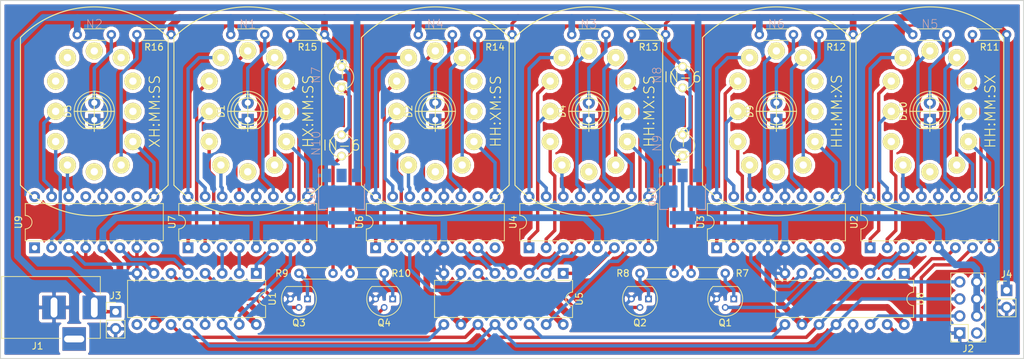
<source format=kicad_pcb>
(kicad_pcb (version 4) (host pcbnew 4.0.6)
  (title_block (title NixiESP) (date 2017-05-30) (rev 1.0))
  (layers (0 F.Cu signal) (31 B.Cu signal) (34 B.Paste user) (35 F.Paste user) (36 B.SilkS user) (37 F.SilkS user) (38 B.Mask user) (39 F.Mask user) (44 Edge.Cuts user))
  (net 0 "")
  (net 1 "Net-(U1-Pad1)")
  (net 2 "Net-(U1-Pad3)")
  (net 3 "Net-(U1-Pad5)")
  (net 4 "Net-(U1-Pad7)")
  (net 5 GND)
  (net 6 VCC)
  (net 7 "Net-(U4-Pad3)")
  (net 8 "Net-(U4-Pad6)")
  (net 9 "Net-(U4-Pad7)")
  (net 10 "Net-(U5-Pad4)")
  (net 11 "Net-(U5-Pad5)")
  (net 12 "Net-(U5-Pad7)")
  (net 13 "Net-(N1-Pad0)")
  (net 14 "Net-(N1-Pad1)")
  (net 15 "Net-(N1-Pad3)")
  (net 16 "Net-(N1-Pad4)")
  (net 17 "Net-(N1-Pad5)")
  (net 18 "Net-(N1-Pad6)")
  (net 19 "Net-(N1-Pad7)")
  (net 20 "Net-(N2-Pad0)")
  (net 21 "Net-(N2-Pad1)")
  (net 22 "Net-(N2-Pad3)")
  (net 23 "Net-(N3-Pad0)")
  (net 24 "Net-(N3-Pad1)")
  (net 25 "Net-(N3-Pad3)")
  (net 26 "Net-(N3-Pad4)")
  (net 27 "Net-(N3-Pad5)")
  (net 28 "Net-(N3-Pad6)")
  (net 29 "Net-(N3-Pad7)")
  (net 30 "Net-(N4-Pad0)")
  (net 31 "Net-(N4-Pad1)")
  (net 32 "Net-(N4-Pad3)")
  (net 33 "Net-(N4-Pad4)")
  (net 34 "Net-(N4-Pad5)")
  (net 35 "Net-(N4-Pad6)")
  (net 36 "Net-(N4-Pad7)")
  (net 37 "Net-(N5-Pad0)")
  (net 38 "Net-(N5-Pad1)")
  (net 39 "Net-(N5-Pad3)")
  (net 40 "Net-(N5-Pad4)")
  (net 41 "Net-(N5-Pad5)")
  (net 42 "Net-(N5-Pad6)")
  (net 43 "Net-(N5-Pad7)")
  (net 44 "Net-(N6-Pad0)")
  (net 45 "Net-(N6-Pad1)")
  (net 46 "Net-(N6-Pad4)")
  (net 47 "Net-(N6-Pad5)")
  (net 48 "Net-(N6-Pad6)")
  (net 49 "Net-(N6-Pad7)")
  (net 50 "Net-(N1-Pad2)")
  (net 51 "Net-(N2-Pad2)")
  (net 52 "Net-(N3-Pad2)")
  (net 53 "Net-(N4-Pad2)")
  (net 54 "Net-(N5-Pad2)")
  (net 55 "Net-(U1-Pad14)")
  (net 56 "Net-(U5-Pad14)")
  (net 57 "Net-(Q1-Pad2)")
  (net 58 "Net-(Q1-Pad1)")
  (net 59 "Net-(Q2-Pad2)")
  (net 60 "Net-(Q2-Pad1)")
  (net 61 "Net-(Q3-Pad2)")
  (net 62 "Net-(Q3-Pad1)")
  (net 63 "Net-(Q4-Pad2)")
  (net 64 "Net-(Q4-Pad1)")
  (net 65 "Net-(D1-Pad2)")
  (net 66 "Net-(N1-Pad8)")
  (net 67 "Net-(N1-Pad9)")
  (net 68 "Net-(N1-PadA)")
  (net 69 "Net-(N2-PadA)")
  (net 70 "Net-(N3-Pad8)")
  (net 71 "Net-(N3-Pad9)")
  (net 72 "Net-(N3-PadA)")
  (net 73 "Net-(N4-PadA)")
  (net 74 "Net-(N5-Pad8)")
  (net 75 "Net-(N5-Pad9)")
  (net 76 "Net-(N5-PadA)")
  (net 77 "Net-(N6-PadA)")
  (net 78 "Net-(U2-Pad3)")
  (net 79 "Net-(U2-Pad6)")
  (net 80 "Net-(U2-Pad7)")
  (net 81 "Net-(U3-Pad3)")
  (net 82 "Net-(U3-Pad6)")
  (net 83 "Net-(U3-Pad7)")
  (net 84 "Net-(J4-Pad1)")
  (net 85 "Net-(N7-PadK)")
  (net 86 "Net-(N8-PadK)")
  (net 87 "Net-(N9-PadK)")
  (net 88 "Net-(N10-PadK)")
  (net 89 "Net-(U1-Pad2)")
  (net 90 "Net-(U1-Pad15)")
  (net 91 "Net-(U2-Pad4)")
  (net 92 "Net-(U4-Pad4)")
  (net 93 "Net-(D2-Pad2)")
  (net 94 "Net-(D3-Pad2)")
  (net 95 "Net-(D4-Pad2)")
  (net 96 "Net-(D9-Pad2)")
  (net 97 "Net-(D10-Pad2)")
  (net 98 "Net-(J1-Pad1)")
  (net 99 "Net-(J2-Pad3)")
  (net 100 "Net-(J2-Pad5)")
  (net 101 "Net-(J2-Pad7)")
  (net 102 "Net-(N6-Pad2)")
  (net 103 "Net-(N6-Pad3)")
  (module nixiesp:russian-nixies-IN-12 (layer F.Cu) (at 143.51 85.09)
    (fp_text reference N4 (at 0 -13 180) (layer B.SilkS) (effects (font (size 1.27 1.27) (thickness 0.0889))))
    (fp_text value HH:XM:SS (at 9 0 90) (layer F.SilkS))
    (pad 0 thru_hole circle (at 5.75 4.5) (size 2.54 2.54) (drill 1.09982) (layers *.Cu F.Paste F.SilkS F.Mask) (net 30 "Net-(N4-Pad0)"))
    (pad 1 thru_hole circle (at -4 8) (size 2.54 2.54) (drill 1.09982) (layers *.Cu F.Paste F.SilkS F.Mask) (net 31 "Net-(N4-Pad1)"))
    (pad 2 thru_hole circle (at -5.75 4.5) (size 2.54 2.54) (drill 1.09982) (layers *.Cu F.Paste F.SilkS F.Mask) (net 53 "Net-(N4-Pad2)"))
    (pad 3 thru_hole circle (at -5.75 0) (size 2.54 2.54) (drill 1.09982) (layers *.Cu F.Paste F.SilkS F.Mask) (net 32 "Net-(N4-Pad3)"))
    (pad 4 thru_hole circle (at -5.75 -4.5) (size 2.54 2.54) (drill 1.09982) (layers *.Cu F.Paste F.SilkS F.Mask) (net 33 "Net-(N4-Pad4)"))
    (pad 5 thru_hole circle (at -4 -8) (size 2.54 2.54) (drill 1.09982) (layers *.Cu F.Paste F.SilkS F.Mask) (net 34 "Net-(N4-Pad5)"))
    (pad 6 thru_hole circle (at 0 -9) (size 2.54 2.54) (drill 1.09982) (layers *.Cu F.Paste F.SilkS F.Mask) (net 35 "Net-(N4-Pad6)"))
    (pad 7 thru_hole circle (at 4 -8) (size 2.54 2.54) (drill 1.09982) (layers *.Cu F.Paste F.SilkS F.Mask) (net 36 "Net-(N4-Pad7)"))
    (pad 8 thru_hole circle (at 5.75 -4.5) (size 2.54 2.54) (drill 1.09982) (layers *.Cu F.Paste F.SilkS F.Mask))
    (pad 9 thru_hole circle (at 5.75 0) (size 2.54 2.54) (drill 1.09982) (layers *.Cu F.Paste F.SilkS F.Mask))
    (pad A thru_hole circle (at 4 8) (size 2.54 2.54) (drill 1.09982) (layers *.Cu F.Paste F.SilkS F.Mask) (net 73 "Net-(N4-PadA)"))
    (pad LHDP thru_hole circle (at 0 9) (size 2.54 2.54) (drill 1.09982) (layers *.Cu F.Paste F.SilkS F.Mask))
  )
  (module TO_SOT_Packages_THT:TO-92_Molded_Narrow (layer F.Cu) (at 175.26 113.03 180)
    (fp_text reference Q2 (at 1.27 -3.556 180) (layer F.SilkS))
    (fp_text value BS107)
    (pad 2 thru_hole circle (at 1.27 -1.27 270) (size 1 1) (drill 0.6) (layers *.Cu *.Mask) (net 59 "Net-(Q2-Pad2)"))
    (pad 3 thru_hole circle (at 2.54 0 270) (size 1 1) (drill 0.6) (layers *.Cu *.Mask) (net 5 GND))
    (pad 1 thru_hole rect (at 0 0 270) (size 1 1) (drill 0.6) (layers *.Cu *.Mask) (net 60 "Net-(Q2-Pad1)"))
  )
  (module nixiesp:russian-nixies-IN-12 (layer F.Cu) (at 115.57 85.09)
    (fp_text reference N1 (at 0 -13 180) (layer B.SilkS) (effects (font (size 1.27 1.27) (thickness 0.0889))))
    (fp_text value HX:MM:SS (at 9 0 90) (layer F.SilkS))
    (pad 0 thru_hole circle (at 5.75 4.5) (size 2.54 2.54) (drill 1.09982) (layers *.Cu F.Paste F.SilkS F.Mask) (net 13 "Net-(N1-Pad0)"))
    (pad 1 thru_hole circle (at -4 8) (size 2.54 2.54) (drill 1.09982) (layers *.Cu F.Paste F.SilkS F.Mask) (net 14 "Net-(N1-Pad1)"))
    (pad 2 thru_hole circle (at -5.75 4.5) (size 2.54 2.54) (drill 1.09982) (layers *.Cu F.Paste F.SilkS F.Mask) (net 50 "Net-(N1-Pad2)"))
    (pad 3 thru_hole circle (at -5.75 0) (size 2.54 2.54) (drill 1.09982) (layers *.Cu F.Paste F.SilkS F.Mask) (net 15 "Net-(N1-Pad3)"))
    (pad 4 thru_hole circle (at -5.75 -4.5) (size 2.54 2.54) (drill 1.09982) (layers *.Cu F.Paste F.SilkS F.Mask) (net 16 "Net-(N1-Pad4)"))
    (pad 5 thru_hole circle (at -4 -8) (size 2.54 2.54) (drill 1.09982) (layers *.Cu F.Paste F.SilkS F.Mask) (net 17 "Net-(N1-Pad5)"))
    (pad 6 thru_hole circle (at 0 -9) (size 2.54 2.54) (drill 1.09982) (layers *.Cu F.Paste F.SilkS F.Mask) (net 18 "Net-(N1-Pad6)"))
    (pad 7 thru_hole circle (at 4 -8) (size 2.54 2.54) (drill 1.09982) (layers *.Cu F.Paste F.SilkS F.Mask) (net 19 "Net-(N1-Pad7)"))
    (pad 8 thru_hole circle (at 5.75 -4.5) (size 2.54 2.54) (drill 1.09982) (layers *.Cu F.Paste F.SilkS F.Mask) (net 66 "Net-(N1-Pad8)"))
    (pad 9 thru_hole circle (at 5.75 0) (size 2.54 2.54) (drill 1.09982) (layers *.Cu F.Paste F.SilkS F.Mask) (net 67 "Net-(N1-Pad9)"))
    (pad A thru_hole circle (at 4 8) (size 2.54 2.54) (drill 1.09982) (layers *.Cu F.Paste F.SilkS F.Mask) (net 68 "Net-(N1-PadA)"))
    (pad LHDP thru_hole circle (at 0 9) (size 2.54 2.54) (drill 1.09982) (layers *.Cu F.Paste F.SilkS F.Mask))
  )
  (module Resistors_THT:R_Axial_DIN0204_L3.6mm_D1.6mm_P5.08mm_Horizontal (layer F.Cu) (at 205.74 73.66 180)
    (fp_text reference R12 (at 2.54 -1.86 180) (layer F.SilkS))
    (fp_text value 10k)
    (pad 1 thru_hole circle (at 0 0 180) (size 1.4 1.4) (drill 0.7) (layers *.Cu *.Mask) (net 84 "Net-(J4-Pad1)"))
    (pad 2 thru_hole oval (at 5.08 0 180) (size 1.4 1.4) (drill 0.7) (layers *.Cu *.Mask) (net 77 "Net-(N6-PadA)"))
  )
  (module nixiesp:russian-nixies-IN-12 (layer F.Cu) (at 217.17 85.09)
    (fp_text reference N5 (at 0 -13 180) (layer B.SilkS) (effects (font (size 1.27 1.27) (thickness 0.0889))))
    (fp_text value HH:MM:SX (at 9 0 90) (layer F.SilkS))
    (pad 0 thru_hole circle (at 5.75 4.5) (size 2.54 2.54) (drill 1.09982) (layers *.Cu F.Paste F.SilkS F.Mask) (net 37 "Net-(N5-Pad0)"))
    (pad 1 thru_hole circle (at -4 8) (size 2.54 2.54) (drill 1.09982) (layers *.Cu F.Paste F.SilkS F.Mask) (net 38 "Net-(N5-Pad1)"))
    (pad 2 thru_hole circle (at -5.75 4.5) (size 2.54 2.54) (drill 1.09982) (layers *.Cu F.Paste F.SilkS F.Mask) (net 54 "Net-(N5-Pad2)"))
    (pad 3 thru_hole circle (at -5.75 0) (size 2.54 2.54) (drill 1.09982) (layers *.Cu F.Paste F.SilkS F.Mask) (net 39 "Net-(N5-Pad3)"))
    (pad 4 thru_hole circle (at -5.75 -4.5) (size 2.54 2.54) (drill 1.09982) (layers *.Cu F.Paste F.SilkS F.Mask) (net 40 "Net-(N5-Pad4)"))
    (pad 5 thru_hole circle (at -4 -8) (size 2.54 2.54) (drill 1.09982) (layers *.Cu F.Paste F.SilkS F.Mask) (net 41 "Net-(N5-Pad5)"))
    (pad 6 thru_hole circle (at 0 -9) (size 2.54 2.54) (drill 1.09982) (layers *.Cu F.Paste F.SilkS F.Mask) (net 42 "Net-(N5-Pad6)"))
    (pad 7 thru_hole circle (at 4 -8) (size 2.54 2.54) (drill 1.09982) (layers *.Cu F.Paste F.SilkS F.Mask) (net 43 "Net-(N5-Pad7)"))
    (pad 8 thru_hole circle (at 5.75 -4.5) (size 2.54 2.54) (drill 1.09982) (layers *.Cu F.Paste F.SilkS F.Mask) (net 74 "Net-(N5-Pad8)"))
    (pad 9 thru_hole circle (at 5.75 0) (size 2.54 2.54) (drill 1.09982) (layers *.Cu F.Paste F.SilkS F.Mask) (net 75 "Net-(N5-Pad9)"))
    (pad A thru_hole circle (at 4 8) (size 2.54 2.54) (drill 1.09982) (layers *.Cu F.Paste F.SilkS F.Mask) (net 76 "Net-(N5-PadA)"))
    (pad LHDP thru_hole circle (at 0 9) (size 2.54 2.54) (drill 1.09982) (layers *.Cu F.Paste F.SilkS F.Mask))
  )
  (module nixiesp:russian-nixies-IN-6 (layer F.Cu) (at 180.34 90.17 270)
    (fp_text reference N9 (at -0.3175 3.81 450) (layer B.SilkS) (effects (font (size 1.27 1.27) (thickness 0.0889))))
    (fp_text value IN-6 (at 0 0 450) (layer F.SilkS))
    (pad A thru_hole circle (at -1.5875 0 270) (size 1.30556 2.61366) (drill 0.79756) (layers *.Cu F.Paste F.SilkS F.Mask) (net 84 "Net-(J4-Pad1)"))
    (pad K thru_hole circle (at 1.58496 0 270) (size 1.30556 2.61366) (drill 0.79756) (layers *.Cu F.Paste F.SilkS F.Mask) (net 87 "Net-(N9-PadK)"))
  )
  (module nixiesp:russian-nixies-IN-12 (layer F.Cu) (at 194.31 85.09)
    (fp_text reference N6 (at 0 -13 180) (layer B.SilkS) (effects (font (size 1.27 1.27) (thickness 0.0889))))
    (fp_text value HH:MM:XS (at 9 0 90) (layer F.SilkS))
    (pad 0 thru_hole circle (at 5.75 4.5) (size 2.54 2.54) (drill 1.09982) (layers *.Cu F.Paste F.SilkS F.Mask) (net 44 "Net-(N6-Pad0)"))
    (pad 1 thru_hole circle (at -4 8) (size 2.54 2.54) (drill 1.09982) (layers *.Cu F.Paste F.SilkS F.Mask) (net 45 "Net-(N6-Pad1)"))
    (pad 2 thru_hole circle (at -5.75 4.5) (size 2.54 2.54) (drill 1.09982) (layers *.Cu F.Paste F.SilkS F.Mask) (net 102 "Net-(N6-Pad2)"))
    (pad 3 thru_hole circle (at -5.75 0) (size 2.54 2.54) (drill 1.09982) (layers *.Cu F.Paste F.SilkS F.Mask) (net 103 "Net-(N6-Pad3)"))
    (pad 4 thru_hole circle (at -5.75 -4.5) (size 2.54 2.54) (drill 1.09982) (layers *.Cu F.Paste F.SilkS F.Mask) (net 46 "Net-(N6-Pad4)"))
    (pad 5 thru_hole circle (at -4 -8) (size 2.54 2.54) (drill 1.09982) (layers *.Cu F.Paste F.SilkS F.Mask) (net 47 "Net-(N6-Pad5)"))
    (pad 6 thru_hole circle (at 0 -9) (size 2.54 2.54) (drill 1.09982) (layers *.Cu F.Paste F.SilkS F.Mask) (net 48 "Net-(N6-Pad6)"))
    (pad 7 thru_hole circle (at 4 -8) (size 2.54 2.54) (drill 1.09982) (layers *.Cu F.Paste F.SilkS F.Mask) (net 49 "Net-(N6-Pad7)"))
    (pad 8 thru_hole circle (at 5.75 -4.5) (size 2.54 2.54) (drill 1.09982) (layers *.Cu F.Paste F.SilkS F.Mask))
    (pad 9 thru_hole circle (at 5.75 0) (size 2.54 2.54) (drill 1.09982) (layers *.Cu F.Paste F.SilkS F.Mask))
    (pad A thru_hole circle (at 4 8) (size 2.54 2.54) (drill 1.09982) (layers *.Cu F.Paste F.SilkS F.Mask) (net 77 "Net-(N6-PadA)"))
    (pad LHDP thru_hole circle (at 0 9) (size 2.54 2.54) (drill 1.09982) (layers *.Cu F.Paste F.SilkS F.Mask))
  )
  (module Housings_DIP:DIP-16_W7.62mm (layer F.Cu) (at 83.82 105.41 90)
    (fp_text reference U9 (at 3.81 -2.39 90) (layer F.SilkS))
    (fp_text value K155ID1)
    (pad 1 thru_hole rect (at 0 0 90) (size 1.6 1.6) (drill 0.8) (layers *.Cu *.Mask))
    (pad 9 thru_hole oval (at 7.62 17.78 90) (size 1.6 1.6) (drill 0.8) (layers *.Cu *.Mask) (net 20 "Net-(N2-Pad0)"))
    (pad 2 thru_hole oval (at 0 2.54 90) (size 1.6 1.6) (drill 0.8) (layers *.Cu *.Mask) (net 51 "Net-(N2-Pad2)"))
    (pad 10 thru_hole oval (at 7.62 15.24 90) (size 1.6 1.6) (drill 0.8) (layers *.Cu *.Mask))
    (pad 3 thru_hole oval (at 0 5.08 90) (size 1.6 1.6) (drill 0.8) (layers *.Cu *.Mask) (net 4 "Net-(U1-Pad7)"))
    (pad 11 thru_hole oval (at 7.62 12.7 90) (size 1.6 1.6) (drill 0.8) (layers *.Cu *.Mask))
    (pad 4 thru_hole oval (at 0 7.62 90) (size 1.6 1.6) (drill 0.8) (layers *.Cu *.Mask) (net 5 GND))
    (pad 12 thru_hole oval (at 7.62 10.16 90) (size 1.6 1.6) (drill 0.8) (layers *.Cu *.Mask) (net 5 GND))
    (pad 5 thru_hole oval (at 0 10.16 90) (size 1.6 1.6) (drill 0.8) (layers *.Cu *.Mask) (net 6 VCC))
    (pad 13 thru_hole oval (at 7.62 7.62 90) (size 1.6 1.6) (drill 0.8) (layers *.Cu *.Mask))
    (pad 6 thru_hole oval (at 0 12.7 90) (size 1.6 1.6) (drill 0.8) (layers *.Cu *.Mask) (net 3 "Net-(U1-Pad5)"))
    (pad 14 thru_hole oval (at 7.62 5.08 90) (size 1.6 1.6) (drill 0.8) (layers *.Cu *.Mask) (net 21 "Net-(N2-Pad1)"))
    (pad 7 thru_hole oval (at 0 15.24 90) (size 1.6 1.6) (drill 0.8) (layers *.Cu *.Mask) (net 5 GND))
    (pad 15 thru_hole oval (at 7.62 2.54 90) (size 1.6 1.6) (drill 0.8) (layers *.Cu *.Mask) (net 22 "Net-(N2-Pad3)"))
    (pad 8 thru_hole oval (at 0 17.78 90) (size 1.6 1.6) (drill 0.8) (layers *.Cu *.Mask))
    (pad 16 thru_hole oval (at 7.62 0 90) (size 1.6 1.6) (drill 0.8) (layers *.Cu *.Mask))
  )
  (module Housings_DIP:DIP-16_W7.62mm (layer F.Cu) (at 157.48 105.41 90)
    (fp_text reference U4 (at 3.81 -2.39 90) (layer F.SilkS))
    (fp_text value K155ID1)
    (pad 1 thru_hole rect (at 0 0 90) (size 1.6 1.6) (drill 0.8) (layers *.Cu *.Mask) (net 26 "Net-(N3-Pad4)"))
    (pad 9 thru_hole oval (at 7.62 17.78 90) (size 1.6 1.6) (drill 0.8) (layers *.Cu *.Mask) (net 23 "Net-(N3-Pad0)"))
    (pad 2 thru_hole oval (at 0 2.54 90) (size 1.6 1.6) (drill 0.8) (layers *.Cu *.Mask) (net 52 "Net-(N3-Pad2)"))
    (pad 10 thru_hole oval (at 7.62 15.24 90) (size 1.6 1.6) (drill 0.8) (layers *.Cu *.Mask) (net 71 "Net-(N3-Pad9)"))
    (pad 3 thru_hole oval (at 0 5.08 90) (size 1.6 1.6) (drill 0.8) (layers *.Cu *.Mask) (net 7 "Net-(U4-Pad3)"))
    (pad 11 thru_hole oval (at 7.62 12.7 90) (size 1.6 1.6) (drill 0.8) (layers *.Cu *.Mask) (net 29 "Net-(N3-Pad7)"))
    (pad 4 thru_hole oval (at 0 7.62 90) (size 1.6 1.6) (drill 0.8) (layers *.Cu *.Mask) (net 92 "Net-(U4-Pad4)"))
    (pad 12 thru_hole oval (at 7.62 10.16 90) (size 1.6 1.6) (drill 0.8) (layers *.Cu *.Mask) (net 5 GND))
    (pad 5 thru_hole oval (at 0 10.16 90) (size 1.6 1.6) (drill 0.8) (layers *.Cu *.Mask) (net 6 VCC))
    (pad 13 thru_hole oval (at 7.62 7.62 90) (size 1.6 1.6) (drill 0.8) (layers *.Cu *.Mask) (net 28 "Net-(N3-Pad6)"))
    (pad 6 thru_hole oval (at 0 12.7 90) (size 1.6 1.6) (drill 0.8) (layers *.Cu *.Mask) (net 8 "Net-(U4-Pad6)"))
    (pad 14 thru_hole oval (at 7.62 5.08 90) (size 1.6 1.6) (drill 0.8) (layers *.Cu *.Mask) (net 24 "Net-(N3-Pad1)"))
    (pad 7 thru_hole oval (at 0 15.24 90) (size 1.6 1.6) (drill 0.8) (layers *.Cu *.Mask) (net 9 "Net-(U4-Pad7)"))
    (pad 15 thru_hole oval (at 7.62 2.54 90) (size 1.6 1.6) (drill 0.8) (layers *.Cu *.Mask) (net 25 "Net-(N3-Pad3)"))
    (pad 8 thru_hole oval (at 0 17.78 90) (size 1.6 1.6) (drill 0.8) (layers *.Cu *.Mask) (net 70 "Net-(N3-Pad8)"))
    (pad 16 thru_hole oval (at 7.62 0 90) (size 1.6 1.6) (drill 0.8) (layers *.Cu *.Mask) (net 27 "Net-(N3-Pad5)"))
  )
  (module Housings_DIP:DIP-16_W7.62mm (layer F.Cu) (at 106.68 105.41 90)
    (fp_text reference U7 (at 3.81 -2.39 90) (layer F.SilkS))
    (fp_text value K155ID1)
    (pad 1 thru_hole rect (at 0 0 90) (size 1.6 1.6) (drill 0.8) (layers *.Cu *.Mask) (net 16 "Net-(N1-Pad4)"))
    (pad 9 thru_hole oval (at 7.62 17.78 90) (size 1.6 1.6) (drill 0.8) (layers *.Cu *.Mask) (net 13 "Net-(N1-Pad0)"))
    (pad 2 thru_hole oval (at 0 2.54 90) (size 1.6 1.6) (drill 0.8) (layers *.Cu *.Mask) (net 50 "Net-(N1-Pad2)"))
    (pad 10 thru_hole oval (at 7.62 15.24 90) (size 1.6 1.6) (drill 0.8) (layers *.Cu *.Mask) (net 67 "Net-(N1-Pad9)"))
    (pad 3 thru_hole oval (at 0 5.08 90) (size 1.6 1.6) (drill 0.8) (layers *.Cu *.Mask) (net 2 "Net-(U1-Pad3)"))
    (pad 11 thru_hole oval (at 7.62 12.7 90) (size 1.6 1.6) (drill 0.8) (layers *.Cu *.Mask) (net 19 "Net-(N1-Pad7)"))
    (pad 4 thru_hole oval (at 0 7.62 90) (size 1.6 1.6) (drill 0.8) (layers *.Cu *.Mask) (net 89 "Net-(U1-Pad2)"))
    (pad 12 thru_hole oval (at 7.62 10.16 90) (size 1.6 1.6) (drill 0.8) (layers *.Cu *.Mask) (net 5 GND))
    (pad 5 thru_hole oval (at 0 10.16 90) (size 1.6 1.6) (drill 0.8) (layers *.Cu *.Mask) (net 6 VCC))
    (pad 13 thru_hole oval (at 7.62 7.62 90) (size 1.6 1.6) (drill 0.8) (layers *.Cu *.Mask) (net 18 "Net-(N1-Pad6)"))
    (pad 6 thru_hole oval (at 0 12.7 90) (size 1.6 1.6) (drill 0.8) (layers *.Cu *.Mask) (net 1 "Net-(U1-Pad1)"))
    (pad 14 thru_hole oval (at 7.62 5.08 90) (size 1.6 1.6) (drill 0.8) (layers *.Cu *.Mask) (net 14 "Net-(N1-Pad1)"))
    (pad 7 thru_hole oval (at 0 15.24 90) (size 1.6 1.6) (drill 0.8) (layers *.Cu *.Mask) (net 90 "Net-(U1-Pad15)"))
    (pad 15 thru_hole oval (at 7.62 2.54 90) (size 1.6 1.6) (drill 0.8) (layers *.Cu *.Mask) (net 15 "Net-(N1-Pad3)"))
    (pad 8 thru_hole oval (at 0 17.78 90) (size 1.6 1.6) (drill 0.8) (layers *.Cu *.Mask) (net 66 "Net-(N1-Pad8)"))
    (pad 16 thru_hole oval (at 7.62 0 90) (size 1.6 1.6) (drill 0.8) (layers *.Cu *.Mask) (net 17 "Net-(N1-Pad5)"))
  )
  (module nixiesp:russian-nixies-IN-6 (layer F.Cu) (at 129.54 90.17 270)
    (fp_text reference N10 (at -0.3175 3.81 450) (layer B.SilkS) (effects (font (size 1.27 1.27) (thickness 0.0889))))
    (fp_text value IN-6 (at 0 0 540) (layer F.SilkS))
    (pad A thru_hole circle (at -1.5875 0 270) (size 1.30556 2.61366) (drill 0.79756) (layers *.Cu F.Paste F.SilkS F.Mask) (net 84 "Net-(J4-Pad1)"))
    (pad K thru_hole circle (at 1.58496 0 270) (size 1.30556 2.61366) (drill 0.79756) (layers *.Cu F.Paste F.SilkS F.Mask) (net 88 "Net-(N10-PadK)"))
  )
  (module nixiesp:russian-nixies-IN-6 (layer F.Cu) (at 180.34 80.01 270)
    (fp_text reference N8 (at -0.3175 3.81 450) (layer B.SilkS) (effects (font (size 1.27 1.27) (thickness 0.0889))))
    (fp_text value IN-6 (at 0 0 360) (layer F.SilkS))
    (pad A thru_hole circle (at -1.5875 0 270) (size 1.30556 2.61366) (drill 0.79756) (layers *.Cu F.Paste F.SilkS F.Mask) (net 84 "Net-(J4-Pad1)"))
    (pad K thru_hole circle (at 1.58496 0 270) (size 1.30556 2.61366) (drill 0.79756) (layers *.Cu F.Paste F.SilkS F.Mask) (net 86 "Net-(N8-PadK)"))
  )
  (module nixiesp:russian-nixies-IN-6 (layer F.Cu) (at 129.54 80.01 270)
    (fp_text reference N7 (at -0.3175 3.81 450) (layer B.SilkS) (effects (font (size 1.27 1.27) (thickness 0.0889))))
    (fp_text value IN-6 (at 0 0 270) (layer F.SilkS))
    (pad A thru_hole circle (at -1.5875 0 270) (size 1.30556 2.61366) (drill 0.79756) (layers *.Cu F.Paste F.SilkS F.Mask) (net 84 "Net-(J4-Pad1)"))
    (pad K thru_hole circle (at 1.58496 0 270) (size 1.30556 2.61366) (drill 0.79756) (layers *.Cu F.Paste F.SilkS F.Mask) (net 85 "Net-(N7-PadK)"))
  )
  (module Pin_Headers:Pin_Header_Straight_1x02_Pitch2.54mm (layer F.Cu) (at 95.885 114.935)
    (fp_text reference J3 (at 0 -2.39) (layer F.SilkS))
    (fp_text value "Nixie PSU low")
    (pad 1 thru_hole rect (at 0 0) (size 1.7 1.7) (drill 1) (layers *.Cu *.Mask) (net 98 "Net-(J1-Pad1)"))
    (pad 2 thru_hole oval (at 0 2.54) (size 1.7 1.7) (drill 1) (layers *.Cu *.Mask) (net 5 GND))
  )
  (module nixiesp:russian-nixies-IN-12 (layer F.Cu) (at 166.37 85.09)
    (fp_text reference N3 (at 0 -13 180) (layer B.SilkS) (effects (font (size 1.27 1.27) (thickness 0.0889))))
    (fp_text value HH:MX:SS (at 9 0 90) (layer F.SilkS))
    (pad 0 thru_hole circle (at 5.75 4.5) (size 2.54 2.54) (drill 1.09982) (layers *.Cu F.Paste F.SilkS F.Mask) (net 23 "Net-(N3-Pad0)"))
    (pad 1 thru_hole circle (at -4 8) (size 2.54 2.54) (drill 1.09982) (layers *.Cu F.Paste F.SilkS F.Mask) (net 24 "Net-(N3-Pad1)"))
    (pad 2 thru_hole circle (at -5.75 4.5) (size 2.54 2.54) (drill 1.09982) (layers *.Cu F.Paste F.SilkS F.Mask) (net 52 "Net-(N3-Pad2)"))
    (pad 3 thru_hole circle (at -5.75 0) (size 2.54 2.54) (drill 1.09982) (layers *.Cu F.Paste F.SilkS F.Mask) (net 25 "Net-(N3-Pad3)"))
    (pad 4 thru_hole circle (at -5.75 -4.5) (size 2.54 2.54) (drill 1.09982) (layers *.Cu F.Paste F.SilkS F.Mask) (net 26 "Net-(N3-Pad4)"))
    (pad 5 thru_hole circle (at -4 -8) (size 2.54 2.54) (drill 1.09982) (layers *.Cu F.Paste F.SilkS F.Mask) (net 27 "Net-(N3-Pad5)"))
    (pad 6 thru_hole circle (at 0 -9) (size 2.54 2.54) (drill 1.09982) (layers *.Cu F.Paste F.SilkS F.Mask) (net 28 "Net-(N3-Pad6)"))
    (pad 7 thru_hole circle (at 4 -8) (size 2.54 2.54) (drill 1.09982) (layers *.Cu F.Paste F.SilkS F.Mask) (net 29 "Net-(N3-Pad7)"))
    (pad 8 thru_hole circle (at 5.75 -4.5) (size 2.54 2.54) (drill 1.09982) (layers *.Cu F.Paste F.SilkS F.Mask) (net 70 "Net-(N3-Pad8)"))
    (pad 9 thru_hole circle (at 5.75 0) (size 2.54 2.54) (drill 1.09982) (layers *.Cu F.Paste F.SilkS F.Mask) (net 71 "Net-(N3-Pad9)"))
    (pad A thru_hole circle (at 4 8) (size 2.54 2.54) (drill 1.09982) (layers *.Cu F.Paste F.SilkS F.Mask) (net 72 "Net-(N3-PadA)"))
    (pad LHDP thru_hole circle (at 0 9) (size 2.54 2.54) (drill 1.09982) (layers *.Cu F.Paste F.SilkS F.Mask))
  )
  (module nixiesp:russian-nixies-IN-12 (layer F.Cu) (at 92.71 85.09)
    (fp_text reference N2 (at 0 -13 180) (layer B.SilkS) (effects (font (size 1.27 1.27) (thickness 0.0889))))
    (fp_text value XH:MM:SS (at 9 0 90) (layer F.SilkS))
    (pad 0 thru_hole circle (at 5.75 4.5) (size 2.54 2.54) (drill 1.09982) (layers *.Cu F.Paste F.SilkS F.Mask) (net 20 "Net-(N2-Pad0)"))
    (pad 1 thru_hole circle (at -4 8) (size 2.54 2.54) (drill 1.09982) (layers *.Cu F.Paste F.SilkS F.Mask) (net 21 "Net-(N2-Pad1)"))
    (pad 2 thru_hole circle (at -5.75 4.5) (size 2.54 2.54) (drill 1.09982) (layers *.Cu F.Paste F.SilkS F.Mask) (net 51 "Net-(N2-Pad2)"))
    (pad 3 thru_hole circle (at -5.75 0) (size 2.54 2.54) (drill 1.09982) (layers *.Cu F.Paste F.SilkS F.Mask) (net 22 "Net-(N2-Pad3)"))
    (pad 4 thru_hole circle (at -5.75 -4.5) (size 2.54 2.54) (drill 1.09982) (layers *.Cu F.Paste F.SilkS F.Mask))
    (pad 5 thru_hole circle (at -4 -8) (size 2.54 2.54) (drill 1.09982) (layers *.Cu F.Paste F.SilkS F.Mask))
    (pad 6 thru_hole circle (at 0 -9) (size 2.54 2.54) (drill 1.09982) (layers *.Cu F.Paste F.SilkS F.Mask))
    (pad 7 thru_hole circle (at 4 -8) (size 2.54 2.54) (drill 1.09982) (layers *.Cu F.Paste F.SilkS F.Mask))
    (pad 8 thru_hole circle (at 5.75 -4.5) (size 2.54 2.54) (drill 1.09982) (layers *.Cu F.Paste F.SilkS F.Mask))
    (pad 9 thru_hole circle (at 5.75 0) (size 2.54 2.54) (drill 1.09982) (layers *.Cu F.Paste F.SilkS F.Mask))
    (pad A thru_hole circle (at 4 8) (size 2.54 2.54) (drill 1.09982) (layers *.Cu F.Paste F.SilkS F.Mask) (net 69 "Net-(N2-PadA)"))
    (pad LHDP thru_hole circle (at 0 9) (size 2.54 2.54) (drill 1.09982) (layers *.Cu F.Paste F.SilkS F.Mask))
  )
  (module Pin_Headers:Pin_Header_Straight_1x02_Pitch2.54mm (layer F.Cu) (at 228.6 111.76)
    (fp_text reference J4 (at 0 -2.39) (layer F.SilkS))
    (fp_text value CONN_01X02)
    (pad 1 thru_hole rect (at 0 0) (size 1.7 1.7) (drill 1) (layers *.Cu *.Mask) (net 84 "Net-(J4-Pad1)"))
    (pad 2 thru_hole oval (at 0 2.54) (size 1.7 1.7) (drill 1) (layers *.Cu *.Mask) (net 5 GND))
  )
  (module Connectors:BARREL_JACK (layer F.Cu) (at 92.71 114.3)
    (fp_text reference J1 (at -8.45 5.75 180) (layer F.SilkS))
    (fp_text value "Power 9-15V")
    (pad 1 thru_hole rect (at 0 0) (size 3.5 3.5) (drill oval 1 3) (layers *.Cu *.Mask) (net 98 "Net-(J1-Pad1)"))
    (pad 2 thru_hole rect (at -6 0) (size 3.5 3.5) (drill oval 1 3) (layers *.Cu *.Mask) (net 5 GND))
    (pad 3 thru_hole rect (at -3 4.7) (size 3.5 3.5) (drill oval 3 1) (layers *.Cu *.Mask))
  )
  (module Resistors_THT:R_Axial_DIN0204_L3.6mm_D1.6mm_P5.08mm_Horizontal (layer F.Cu) (at 104.14 73.66 180)
    (fp_text reference R16 (at 2.54 -1.86 180) (layer F.SilkS))
    (fp_text value 10k)
    (pad 1 thru_hole circle (at 0 0 180) (size 1.4 1.4) (drill 0.7) (layers *.Cu *.Mask) (net 84 "Net-(J4-Pad1)"))
    (pad 2 thru_hole oval (at 5.08 0 180) (size 1.4 1.4) (drill 0.7) (layers *.Cu *.Mask) (net 69 "Net-(N2-PadA)"))
  )
  (module Resistors_THT:R_Axial_DIN0204_L3.6mm_D1.6mm_P5.08mm_Horizontal (layer F.Cu) (at 127 73.66 180)
    (fp_text reference R15 (at 2.54 -1.86 180) (layer F.SilkS))
    (fp_text value 10k)
    (pad 1 thru_hole circle (at 0 0 180) (size 1.4 1.4) (drill 0.7) (layers *.Cu *.Mask) (net 84 "Net-(J4-Pad1)"))
    (pad 2 thru_hole oval (at 5.08 0 180) (size 1.4 1.4) (drill 0.7) (layers *.Cu *.Mask) (net 68 "Net-(N1-PadA)"))
  )
  (module Resistors_THT:R_Axial_DIN0204_L3.6mm_D1.6mm_P5.08mm_Horizontal (layer F.Cu) (at 154.94 73.66 180)
    (fp_text reference R14 (at 2.54 -1.86 180) (layer F.SilkS))
    (fp_text value 10k)
    (pad 1 thru_hole circle (at 0 0 180) (size 1.4 1.4) (drill 0.7) (layers *.Cu *.Mask) (net 84 "Net-(J4-Pad1)"))
    (pad 2 thru_hole oval (at 5.08 0 180) (size 1.4 1.4) (drill 0.7) (layers *.Cu *.Mask) (net 73 "Net-(N4-PadA)"))
  )
  (module Resistors_THT:R_Axial_DIN0204_L3.6mm_D1.6mm_P5.08mm_Horizontal (layer F.Cu) (at 177.8 73.66 180)
    (fp_text reference R13 (at 2.54 -1.86 180) (layer F.SilkS))
    (fp_text value 10k)
    (pad 1 thru_hole circle (at 0 0 180) (size 1.4 1.4) (drill 0.7) (layers *.Cu *.Mask) (net 84 "Net-(J4-Pad1)"))
    (pad 2 thru_hole oval (at 5.08 0 180) (size 1.4 1.4) (drill 0.7) (layers *.Cu *.Mask) (net 72 "Net-(N3-PadA)"))
  )
  (module Resistors_THT:R_Axial_DIN0204_L3.6mm_D1.6mm_P5.08mm_Horizontal (layer F.Cu) (at 228.6 73.66 180)
    (fp_text reference R11 (at 2.54 -1.86 180) (layer F.SilkS))
    (fp_text value 10k)
    (pad 1 thru_hole circle (at 0 0 180) (size 1.4 1.4) (drill 0.7) (layers *.Cu *.Mask) (net 84 "Net-(J4-Pad1)"))
    (pad 2 thru_hole oval (at 5.08 0 180) (size 1.4 1.4) (drill 0.7) (layers *.Cu *.Mask) (net 76 "Net-(N5-PadA)"))
  )
  (module Housings_DIP:DIP-16_W7.62mm (layer F.Cu) (at 116.84 109.22 270)
    (fp_text reference U1 (at 3.81 -2.39 270) (layer F.SilkS))
    (fp_text value 74HC595)
    (pad 1 thru_hole rect (at 0 0 270) (size 1.6 1.6) (drill 0.8) (layers *.Cu *.Mask) (net 1 "Net-(U1-Pad1)"))
    (pad 9 thru_hole oval (at 7.62 17.78 270) (size 1.6 1.6) (drill 0.8) (layers *.Cu *.Mask))
    (pad 2 thru_hole oval (at 0 2.54 270) (size 1.6 1.6) (drill 0.8) (layers *.Cu *.Mask) (net 89 "Net-(U1-Pad2)"))
    (pad 10 thru_hole oval (at 7.62 15.24 270) (size 1.6 1.6) (drill 0.8) (layers *.Cu *.Mask) (net 6 VCC))
    (pad 3 thru_hole oval (at 0 5.08 270) (size 1.6 1.6) (drill 0.8) (layers *.Cu *.Mask) (net 2 "Net-(U1-Pad3)"))
    (pad 11 thru_hole oval (at 7.62 12.7 270) (size 1.6 1.6) (drill 0.8) (layers *.Cu *.Mask) (net 101 "Net-(J2-Pad7)"))
    (pad 4 thru_hole oval (at 0 7.62 270) (size 1.6 1.6) (drill 0.8) (layers *.Cu *.Mask) (net 61 "Net-(Q3-Pad2)"))
    (pad 12 thru_hole oval (at 7.62 10.16 270) (size 1.6 1.6) (drill 0.8) (layers *.Cu *.Mask) (net 100 "Net-(J2-Pad5)"))
    (pad 5 thru_hole oval (at 0 10.16 270) (size 1.6 1.6) (drill 0.8) (layers *.Cu *.Mask) (net 3 "Net-(U1-Pad5)"))
    (pad 13 thru_hole oval (at 7.62 7.62 270) (size 1.6 1.6) (drill 0.8) (layers *.Cu *.Mask) (net 5 GND))
    (pad 6 thru_hole oval (at 0 12.7 270) (size 1.6 1.6) (drill 0.8) (layers *.Cu *.Mask) (net 63 "Net-(Q4-Pad2)"))
    (pad 14 thru_hole oval (at 7.62 5.08 270) (size 1.6 1.6) (drill 0.8) (layers *.Cu *.Mask) (net 55 "Net-(U1-Pad14)"))
    (pad 7 thru_hole oval (at 0 15.24 270) (size 1.6 1.6) (drill 0.8) (layers *.Cu *.Mask) (net 4 "Net-(U1-Pad7)"))
    (pad 15 thru_hole oval (at 7.62 2.54 270) (size 1.6 1.6) (drill 0.8) (layers *.Cu *.Mask) (net 90 "Net-(U1-Pad15)"))
    (pad 8 thru_hole oval (at 0 17.78 270) (size 1.6 1.6) (drill 0.8) (layers *.Cu *.Mask) (net 5 GND))
    (pad 16 thru_hole oval (at 7.62 0 270) (size 1.6 1.6) (drill 0.8) (layers *.Cu *.Mask) (net 6 VCC))
  )
  (module Housings_DIP:DIP-16_W7.62mm (layer F.Cu) (at 208.28 105.41 90)
    (fp_text reference U2 (at 3.81 -2.39 90) (layer F.SilkS))
    (fp_text value K155ID1)
    (pad 1 thru_hole rect (at 0 0 90) (size 1.6 1.6) (drill 0.8) (layers *.Cu *.Mask) (net 40 "Net-(N5-Pad4)"))
    (pad 9 thru_hole oval (at 7.62 17.78 90) (size 1.6 1.6) (drill 0.8) (layers *.Cu *.Mask) (net 37 "Net-(N5-Pad0)"))
    (pad 2 thru_hole oval (at 0 2.54 90) (size 1.6 1.6) (drill 0.8) (layers *.Cu *.Mask) (net 54 "Net-(N5-Pad2)"))
    (pad 10 thru_hole oval (at 7.62 15.24 90) (size 1.6 1.6) (drill 0.8) (layers *.Cu *.Mask) (net 75 "Net-(N5-Pad9)"))
    (pad 3 thru_hole oval (at 0 5.08 90) (size 1.6 1.6) (drill 0.8) (layers *.Cu *.Mask) (net 78 "Net-(U2-Pad3)"))
    (pad 11 thru_hole oval (at 7.62 12.7 90) (size 1.6 1.6) (drill 0.8) (layers *.Cu *.Mask) (net 43 "Net-(N5-Pad7)"))
    (pad 4 thru_hole oval (at 0 7.62 90) (size 1.6 1.6) (drill 0.8) (layers *.Cu *.Mask) (net 91 "Net-(U2-Pad4)"))
    (pad 12 thru_hole oval (at 7.62 10.16 90) (size 1.6 1.6) (drill 0.8) (layers *.Cu *.Mask) (net 5 GND))
    (pad 5 thru_hole oval (at 0 10.16 90) (size 1.6 1.6) (drill 0.8) (layers *.Cu *.Mask) (net 6 VCC))
    (pad 13 thru_hole oval (at 7.62 7.62 90) (size 1.6 1.6) (drill 0.8) (layers *.Cu *.Mask) (net 42 "Net-(N5-Pad6)"))
    (pad 6 thru_hole oval (at 0 12.7 90) (size 1.6 1.6) (drill 0.8) (layers *.Cu *.Mask) (net 79 "Net-(U2-Pad6)"))
    (pad 14 thru_hole oval (at 7.62 5.08 90) (size 1.6 1.6) (drill 0.8) (layers *.Cu *.Mask) (net 38 "Net-(N5-Pad1)"))
    (pad 7 thru_hole oval (at 0 15.24 90) (size 1.6 1.6) (drill 0.8) (layers *.Cu *.Mask) (net 80 "Net-(U2-Pad7)"))
    (pad 15 thru_hole oval (at 7.62 2.54 90) (size 1.6 1.6) (drill 0.8) (layers *.Cu *.Mask) (net 39 "Net-(N5-Pad3)"))
    (pad 8 thru_hole oval (at 0 17.78 90) (size 1.6 1.6) (drill 0.8) (layers *.Cu *.Mask) (net 74 "Net-(N5-Pad8)"))
    (pad 16 thru_hole oval (at 7.62 0 90) (size 1.6 1.6) (drill 0.8) (layers *.Cu *.Mask) (net 41 "Net-(N5-Pad5)"))
  )
  (module Housings_DIP:DIP-16_W7.62mm (layer F.Cu) (at 162.56 109.22 270)
    (fp_text reference U5 (at 3.81 -2.39 270) (layer F.SilkS))
    (fp_text value 74HC595)
    (pad 1 thru_hole rect (at 0 0 270) (size 1.6 1.6) (drill 0.8) (layers *.Cu *.Mask) (net 8 "Net-(U4-Pad6)"))
    (pad 9 thru_hole oval (at 7.62 17.78 270) (size 1.6 1.6) (drill 0.8) (layers *.Cu *.Mask) (net 55 "Net-(U1-Pad14)"))
    (pad 2 thru_hole oval (at 0 2.54 270) (size 1.6 1.6) (drill 0.8) (layers *.Cu *.Mask) (net 92 "Net-(U4-Pad4)"))
    (pad 10 thru_hole oval (at 7.62 15.24 270) (size 1.6 1.6) (drill 0.8) (layers *.Cu *.Mask) (net 6 VCC))
    (pad 3 thru_hole oval (at 0 5.08 270) (size 1.6 1.6) (drill 0.8) (layers *.Cu *.Mask) (net 7 "Net-(U4-Pad3)"))
    (pad 11 thru_hole oval (at 7.62 12.7 270) (size 1.6 1.6) (drill 0.8) (layers *.Cu *.Mask) (net 101 "Net-(J2-Pad7)"))
    (pad 4 thru_hole oval (at 0 7.62 270) (size 1.6 1.6) (drill 0.8) (layers *.Cu *.Mask) (net 10 "Net-(U5-Pad4)"))
    (pad 12 thru_hole oval (at 7.62 10.16 270) (size 1.6 1.6) (drill 0.8) (layers *.Cu *.Mask) (net 100 "Net-(J2-Pad5)"))
    (pad 5 thru_hole oval (at 0 10.16 270) (size 1.6 1.6) (drill 0.8) (layers *.Cu *.Mask) (net 11 "Net-(U5-Pad5)"))
    (pad 13 thru_hole oval (at 7.62 7.62 270) (size 1.6 1.6) (drill 0.8) (layers *.Cu *.Mask) (net 5 GND))
    (pad 6 thru_hole oval (at 0 12.7 270) (size 1.6 1.6) (drill 0.8) (layers *.Cu *.Mask) (net 59 "Net-(Q2-Pad2)"))
    (pad 14 thru_hole oval (at 7.62 5.08 270) (size 1.6 1.6) (drill 0.8) (layers *.Cu *.Mask) (net 56 "Net-(U5-Pad14)"))
    (pad 7 thru_hole oval (at 0 15.24 270) (size 1.6 1.6) (drill 0.8) (layers *.Cu *.Mask) (net 12 "Net-(U5-Pad7)"))
    (pad 15 thru_hole oval (at 7.62 2.54 270) (size 1.6 1.6) (drill 0.8) (layers *.Cu *.Mask) (net 9 "Net-(U4-Pad7)"))
    (pad 8 thru_hole oval (at 0 17.78 270) (size 1.6 1.6) (drill 0.8) (layers *.Cu *.Mask) (net 5 GND))
    (pad 16 thru_hole oval (at 7.62 0 270) (size 1.6 1.6) (drill 0.8) (layers *.Cu *.Mask) (net 6 VCC))
  )
  (module Housings_DIP:DIP-16_W7.62mm (layer F.Cu) (at 185.42 105.41 90)
    (fp_text reference U3 (at 3.81 -2.39 90) (layer F.SilkS))
    (fp_text value K155ID1)
    (pad 1 thru_hole rect (at 0 0 90) (size 1.6 1.6) (drill 0.8) (layers *.Cu *.Mask) (net 46 "Net-(N6-Pad4)"))
    (pad 9 thru_hole oval (at 7.62 17.78 90) (size 1.6 1.6) (drill 0.8) (layers *.Cu *.Mask) (net 44 "Net-(N6-Pad0)"))
    (pad 2 thru_hole oval (at 0 2.54 90) (size 1.6 1.6) (drill 0.8) (layers *.Cu *.Mask) (net 102 "Net-(N6-Pad2)"))
    (pad 10 thru_hole oval (at 7.62 15.24 90) (size 1.6 1.6) (drill 0.8) (layers *.Cu *.Mask))
    (pad 3 thru_hole oval (at 0 5.08 90) (size 1.6 1.6) (drill 0.8) (layers *.Cu *.Mask) (net 81 "Net-(U3-Pad3)"))
    (pad 11 thru_hole oval (at 7.62 12.7 90) (size 1.6 1.6) (drill 0.8) (layers *.Cu *.Mask) (net 49 "Net-(N6-Pad7)"))
    (pad 4 thru_hole oval (at 0 7.62 90) (size 1.6 1.6) (drill 0.8) (layers *.Cu *.Mask) (net 5 GND))
    (pad 12 thru_hole oval (at 7.62 10.16 90) (size 1.6 1.6) (drill 0.8) (layers *.Cu *.Mask) (net 5 GND))
    (pad 5 thru_hole oval (at 0 10.16 90) (size 1.6 1.6) (drill 0.8) (layers *.Cu *.Mask) (net 6 VCC))
    (pad 13 thru_hole oval (at 7.62 7.62 90) (size 1.6 1.6) (drill 0.8) (layers *.Cu *.Mask) (net 48 "Net-(N6-Pad6)"))
    (pad 6 thru_hole oval (at 0 12.7 90) (size 1.6 1.6) (drill 0.8) (layers *.Cu *.Mask) (net 82 "Net-(U3-Pad6)"))
    (pad 14 thru_hole oval (at 7.62 5.08 90) (size 1.6 1.6) (drill 0.8) (layers *.Cu *.Mask) (net 45 "Net-(N6-Pad1)"))
    (pad 7 thru_hole oval (at 0 15.24 90) (size 1.6 1.6) (drill 0.8) (layers *.Cu *.Mask) (net 83 "Net-(U3-Pad7)"))
    (pad 15 thru_hole oval (at 7.62 2.54 90) (size 1.6 1.6) (drill 0.8) (layers *.Cu *.Mask) (net 103 "Net-(N6-Pad3)"))
    (pad 8 thru_hole oval (at 0 17.78 90) (size 1.6 1.6) (drill 0.8) (layers *.Cu *.Mask))
    (pad 16 thru_hole oval (at 7.62 0 90) (size 1.6 1.6) (drill 0.8) (layers *.Cu *.Mask) (net 47 "Net-(N6-Pad5)"))
  )
  (module Housings_DIP:DIP-16_W7.62mm (layer F.Cu) (at 134.62 105.41 90)
    (fp_text reference U6 (at 3.81 -2.39 90) (layer F.SilkS))
    (fp_text value K155ID1)
    (pad 1 thru_hole rect (at 0 0 90) (size 1.6 1.6) (drill 0.8) (layers *.Cu *.Mask) (net 33 "Net-(N4-Pad4)"))
    (pad 9 thru_hole oval (at 7.62 17.78 90) (size 1.6 1.6) (drill 0.8) (layers *.Cu *.Mask) (net 30 "Net-(N4-Pad0)"))
    (pad 2 thru_hole oval (at 0 2.54 90) (size 1.6 1.6) (drill 0.8) (layers *.Cu *.Mask) (net 53 "Net-(N4-Pad2)"))
    (pad 10 thru_hole oval (at 7.62 15.24 90) (size 1.6 1.6) (drill 0.8) (layers *.Cu *.Mask))
    (pad 3 thru_hole oval (at 0 5.08 90) (size 1.6 1.6) (drill 0.8) (layers *.Cu *.Mask) (net 12 "Net-(U5-Pad7)"))
    (pad 11 thru_hole oval (at 7.62 12.7 90) (size 1.6 1.6) (drill 0.8) (layers *.Cu *.Mask) (net 36 "Net-(N4-Pad7)"))
    (pad 4 thru_hole oval (at 0 7.62 90) (size 1.6 1.6) (drill 0.8) (layers *.Cu *.Mask) (net 5 GND))
    (pad 12 thru_hole oval (at 7.62 10.16 90) (size 1.6 1.6) (drill 0.8) (layers *.Cu *.Mask) (net 5 GND))
    (pad 5 thru_hole oval (at 0 10.16 90) (size 1.6 1.6) (drill 0.8) (layers *.Cu *.Mask) (net 6 VCC))
    (pad 13 thru_hole oval (at 7.62 7.62 90) (size 1.6 1.6) (drill 0.8) (layers *.Cu *.Mask) (net 35 "Net-(N4-Pad6)"))
    (pad 6 thru_hole oval (at 0 12.7 90) (size 1.6 1.6) (drill 0.8) (layers *.Cu *.Mask) (net 11 "Net-(U5-Pad5)"))
    (pad 14 thru_hole oval (at 7.62 5.08 90) (size 1.6 1.6) (drill 0.8) (layers *.Cu *.Mask) (net 31 "Net-(N4-Pad1)"))
    (pad 7 thru_hole oval (at 0 15.24 90) (size 1.6 1.6) (drill 0.8) (layers *.Cu *.Mask) (net 10 "Net-(U5-Pad4)"))
    (pad 15 thru_hole oval (at 7.62 2.54 90) (size 1.6 1.6) (drill 0.8) (layers *.Cu *.Mask) (net 32 "Net-(N4-Pad3)"))
    (pad 8 thru_hole oval (at 0 17.78 90) (size 1.6 1.6) (drill 0.8) (layers *.Cu *.Mask))
    (pad 16 thru_hole oval (at 7.62 0 90) (size 1.6 1.6) (drill 0.8) (layers *.Cu *.Mask) (net 34 "Net-(N4-Pad5)"))
  )
  (module Socket_Strips:Socket_Strip_Straight_2x04_Pitch2.54mm (layer F.Cu) (at 221.615 118.11 180)
    (fp_text reference J2 (at -1.27 -2.33 180) (layer F.SilkS))
    (fp_text value ESP8266)
    (pad 1 thru_hole rect (at 0 0 180) (size 1.7 1.7) (drill 1) (layers *.Cu *.Mask) (net 5 GND))
    (pad 2 thru_hole oval (at -2.54 0 180) (size 1.7 1.7) (drill 1) (layers *.Cu *.Mask))
    (pad 3 thru_hole oval (at 0 2.54 180) (size 1.7 1.7) (drill 1) (layers *.Cu *.Mask) (net 99 "Net-(J2-Pad3)"))
    (pad 4 thru_hole oval (at -2.54 2.54 180) (size 1.7 1.7) (drill 1) (layers *.Cu *.Mask) (net 6 VCC))
    (pad 5 thru_hole oval (at 0 5.08 180) (size 1.7 1.7) (drill 1) (layers *.Cu *.Mask) (net 100 "Net-(J2-Pad5)"))
    (pad 6 thru_hole oval (at -2.54 5.08 180) (size 1.7 1.7) (drill 1) (layers *.Cu *.Mask) (net 6 VCC))
    (pad 7 thru_hole oval (at 0 7.62 180) (size 1.7 1.7) (drill 1) (layers *.Cu *.Mask) (net 101 "Net-(J2-Pad7)"))
    (pad 8 thru_hole oval (at -2.54 7.62 180) (size 1.7 1.7) (drill 1) (layers *.Cu *.Mask) (net 6 VCC))
  )
  (module Resistors_THT:R_Axial_DIN0204_L3.6mm_D1.6mm_P5.08mm_Horizontal (layer F.Cu) (at 118.11 73.66 180)
    (fp_text reference R1 (at 2.54 -1.86 180) (layer F.SilkS))
    (fp_text value 330)
    (pad 1 thru_hole circle (at 0 0 180) (size 1.4 1.4) (drill 0.7) (layers *.Cu *.Mask) (net 65 "Net-(D1-Pad2)"))
    (pad 2 thru_hole oval (at 5.08 0 180) (size 1.4 1.4) (drill 0.7) (layers *.Cu *.Mask) (net 98 "Net-(J1-Pad1)"))
  )
  (module Resistors_THT:R_Axial_DIN0204_L3.6mm_D1.6mm_P5.08mm_Horizontal (layer F.Cu) (at 146.05 73.66 180)
    (fp_text reference R2 (at 2.54 -1.86 180) (layer F.SilkS))
    (fp_text value 330)
    (pad 1 thru_hole circle (at 0 0 180) (size 1.4 1.4) (drill 0.7) (layers *.Cu *.Mask) (net 93 "Net-(D2-Pad2)"))
    (pad 2 thru_hole oval (at 5.08 0 180) (size 1.4 1.4) (drill 0.7) (layers *.Cu *.Mask) (net 98 "Net-(J1-Pad1)"))
  )
  (module Resistors_THT:R_Axial_DIN0204_L3.6mm_D1.6mm_P5.08mm_Horizontal (layer F.Cu) (at 95.25 73.66 180)
    (fp_text reference R3 (at 2.54 -1.86 180) (layer F.SilkS))
    (fp_text value 330)
    (pad 1 thru_hole circle (at 0 0 180) (size 1.4 1.4) (drill 0.7) (layers *.Cu *.Mask) (net 94 "Net-(D3-Pad2)"))
    (pad 2 thru_hole oval (at 5.08 0 180) (size 1.4 1.4) (drill 0.7) (layers *.Cu *.Mask) (net 98 "Net-(J1-Pad1)"))
  )
  (module Resistors_THT:R_Axial_DIN0204_L3.6mm_D1.6mm_P5.08mm_Horizontal (layer F.Cu) (at 168.91 73.66 180)
    (fp_text reference R4 (at 2.54 -1.86 180) (layer F.SilkS))
    (fp_text value 330)
    (pad 1 thru_hole circle (at 0 0 180) (size 1.4 1.4) (drill 0.7) (layers *.Cu *.Mask) (net 95 "Net-(D4-Pad2)"))
    (pad 2 thru_hole oval (at 5.08 0 180) (size 1.4 1.4) (drill 0.7) (layers *.Cu *.Mask) (net 98 "Net-(J1-Pad1)"))
  )
  (module Resistors_THT:R_Axial_DIN0204_L3.6mm_D1.6mm_P5.08mm_Horizontal (layer F.Cu) (at 196.85 73.66 180)
    (fp_text reference R5 (at 2.54 -1.86 180) (layer F.SilkS))
    (fp_text value 330)
    (pad 1 thru_hole circle (at 0 0 180) (size 1.4 1.4) (drill 0.7) (layers *.Cu *.Mask) (net 96 "Net-(D9-Pad2)"))
    (pad 2 thru_hole oval (at 5.08 0 180) (size 1.4 1.4) (drill 0.7) (layers *.Cu *.Mask) (net 98 "Net-(J1-Pad1)"))
  )
  (module Resistors_THT:R_Axial_DIN0204_L3.6mm_D1.6mm_P5.08mm_Horizontal (layer F.Cu) (at 219.71 73.66 180)
    (fp_text reference R6 (at 2.54 -1.86 180) (layer F.SilkS))
    (fp_text value 330)
    (pad 1 thru_hole circle (at 0 0 180) (size 1.4 1.4) (drill 0.7) (layers *.Cu *.Mask) (net 97 "Net-(D10-Pad2)"))
    (pad 2 thru_hole oval (at 5.08 0 180) (size 1.4 1.4) (drill 0.7) (layers *.Cu *.Mask) (net 98 "Net-(J1-Pad1)"))
  )
  (module LEDs:LED_D5.0mm (layer F.Cu) (at 115.57 86.36 90)
    (fp_text reference D1 (at 1.27 -3.96 90) (layer F.SilkS))
    (fp_text value LED)
    (pad 1 thru_hole rect (at 0 0 90) (size 1.8 1.8) (drill 0.9) (layers *.Cu *.Mask) (net 5 GND))
    (pad 2 thru_hole circle (at 2.54 0 90) (size 1.8 1.8) (drill 0.9) (layers *.Cu *.Mask) (net 65 "Net-(D1-Pad2)"))
  )
  (module LEDs:LED_D5.0mm (layer F.Cu) (at 143.51 86.36 90)
    (fp_text reference D2 (at 1.27 -3.96 90) (layer F.SilkS))
    (fp_text value LED)
    (pad 1 thru_hole rect (at 0 0 90) (size 1.8 1.8) (drill 0.9) (layers *.Cu *.Mask) (net 5 GND))
    (pad 2 thru_hole circle (at 2.54 0 90) (size 1.8 1.8) (drill 0.9) (layers *.Cu *.Mask) (net 93 "Net-(D2-Pad2)"))
  )
  (module LEDs:LED_D5.0mm (layer F.Cu) (at 92.71 86.36 90)
    (fp_text reference D3 (at 1.27 -3.96 90) (layer F.SilkS))
    (fp_text value LED)
    (pad 1 thru_hole rect (at 0 0 90) (size 1.8 1.8) (drill 0.9) (layers *.Cu *.Mask) (net 5 GND))
    (pad 2 thru_hole circle (at 2.54 0 90) (size 1.8 1.8) (drill 0.9) (layers *.Cu *.Mask) (net 94 "Net-(D3-Pad2)"))
  )
  (module LEDs:LED_D5.0mm (layer F.Cu) (at 166.37 86.36 90)
    (fp_text reference D4 (at 1.27 -3.96 90) (layer F.SilkS))
    (fp_text value LED)
    (pad 1 thru_hole rect (at 0 0 90) (size 1.8 1.8) (drill 0.9) (layers *.Cu *.Mask) (net 5 GND))
    (pad 2 thru_hole circle (at 2.54 0 90) (size 1.8 1.8) (drill 0.9) (layers *.Cu *.Mask) (net 95 "Net-(D4-Pad2)"))
  )
  (module LEDs:LED_D5.0mm (layer F.Cu) (at 194.31 86.36 90)
    (fp_text reference D9 (at 1.27 -3.96 90) (layer F.SilkS))
    (fp_text value LED)
    (pad 1 thru_hole rect (at 0 0 90) (size 1.8 1.8) (drill 0.9) (layers *.Cu *.Mask) (net 5 GND))
    (pad 2 thru_hole circle (at 2.54 0 90) (size 1.8 1.8) (drill 0.9) (layers *.Cu *.Mask) (net 96 "Net-(D9-Pad2)"))
  )
  (module LEDs:LED_D5.0mm (layer F.Cu) (at 217.17 86.36 90)
    (fp_text reference D10 (at 1.27 -3.96 90) (layer F.SilkS))
    (fp_text value LED)
    (pad 1 thru_hole rect (at 0 0 90) (size 1.8 1.8) (drill 0.9) (layers *.Cu *.Mask) (net 5 GND))
    (pad 2 thru_hole circle (at 2.54 0 90) (size 1.8 1.8) (drill 0.9) (layers *.Cu *.Mask) (net 97 "Net-(D10-Pad2)"))
  )
  (module TO_SOT_Packages_THT:TO-92_Molded_Narrow (layer F.Cu) (at 187.96 113.03 180)
    (fp_text reference Q1 (at 1.27 -3.556 180) (layer F.SilkS))
    (fp_text value BS107)
    (pad 2 thru_hole circle (at 1.27 -1.27 270) (size 1 1) (drill 0.6) (layers *.Cu *.Mask) (net 57 "Net-(Q1-Pad2)"))
    (pad 3 thru_hole circle (at 2.54 0 270) (size 1 1) (drill 0.6) (layers *.Cu *.Mask) (net 5 GND))
    (pad 1 thru_hole rect (at 0 0 270) (size 1 1) (drill 0.6) (layers *.Cu *.Mask) (net 58 "Net-(Q1-Pad1)"))
  )
  (module TO_SOT_Packages_THT:TO-92_Molded_Narrow (layer F.Cu) (at 124.46 113.03 180)
    (fp_text reference Q3 (at 1.27 -3.556 180) (layer F.SilkS))
    (fp_text value BS107)
    (pad 2 thru_hole circle (at 1.27 -1.27 270) (size 1 1) (drill 0.6) (layers *.Cu *.Mask) (net 61 "Net-(Q3-Pad2)"))
    (pad 3 thru_hole circle (at 2.54 0 270) (size 1 1) (drill 0.6) (layers *.Cu *.Mask) (net 5 GND))
    (pad 1 thru_hole rect (at 0 0 270) (size 1 1) (drill 0.6) (layers *.Cu *.Mask) (net 62 "Net-(Q3-Pad1)"))
  )
  (module TO_SOT_Packages_THT:TO-92_Molded_Narrow (layer F.Cu) (at 137.16 113.03 180)
    (fp_text reference Q4 (at 1.27 -3.556 180) (layer F.SilkS))
    (fp_text value BS107)
    (pad 2 thru_hole circle (at 1.27 -1.27 270) (size 1 1) (drill 0.6) (layers *.Cu *.Mask) (net 63 "Net-(Q4-Pad2)"))
    (pad 3 thru_hole circle (at 2.54 0 270) (size 1 1) (drill 0.6) (layers *.Cu *.Mask) (net 5 GND))
    (pad 1 thru_hole rect (at 0 0 270) (size 1 1) (drill 0.6) (layers *.Cu *.Mask) (net 64 "Net-(Q4-Pad1)"))
  )
  (module Resistors_THT:R_Axial_DIN0204_L3.6mm_D1.6mm_P5.08mm_Horizontal (layer F.Cu) (at 181.61 109.22)
    (fp_text reference R7 (at 7.62 0) (layer F.SilkS))
    (fp_text value 15k)
    (pad 1 thru_hole circle (at 0 0) (size 1.4 1.4) (drill 0.7) (layers *.Cu *.Mask) (net 86 "Net-(N8-PadK)"))
    (pad 2 thru_hole oval (at 5.08 0) (size 1.4 1.4) (drill 0.7) (layers *.Cu *.Mask) (net 58 "Net-(Q1-Pad1)"))
  )
  (module Resistors_THT:R_Axial_DIN0204_L3.6mm_D1.6mm_P5.08mm_Horizontal (layer F.Cu) (at 179.07 109.22 180)
    (fp_text reference R8 (at 7.62 0 180) (layer F.SilkS))
    (fp_text value 15k)
    (pad 1 thru_hole circle (at 0 0 180) (size 1.4 1.4) (drill 0.7) (layers *.Cu *.Mask) (net 87 "Net-(N9-PadK)"))
    (pad 2 thru_hole oval (at 5.08 0 180) (size 1.4 1.4) (drill 0.7) (layers *.Cu *.Mask) (net 60 "Net-(Q2-Pad1)"))
  )
  (module Resistors_THT:R_Axial_DIN0204_L3.6mm_D1.6mm_P5.08mm_Horizontal (layer F.Cu) (at 128.27 109.22 180)
    (fp_text reference R9 (at 7.62 0 180) (layer F.SilkS))
    (fp_text value 15k)
    (pad 1 thru_hole circle (at 0 0 180) (size 1.4 1.4) (drill 0.7) (layers *.Cu *.Mask) (net 88 "Net-(N10-PadK)"))
    (pad 2 thru_hole oval (at 5.08 0 180) (size 1.4 1.4) (drill 0.7) (layers *.Cu *.Mask) (net 62 "Net-(Q3-Pad1)"))
  )
  (module Resistors_THT:R_Axial_DIN0204_L3.6mm_D1.6mm_P5.08mm_Horizontal (layer F.Cu) (at 130.81 109.22)
    (fp_text reference R10 (at 7.62 0) (layer F.SilkS))
    (fp_text value 15k)
    (pad 1 thru_hole circle (at 0 0) (size 1.4 1.4) (drill 0.7) (layers *.Cu *.Mask) (net 85 "Net-(N7-PadK)"))
    (pad 2 thru_hole oval (at 5.08 0) (size 1.4 1.4) (drill 0.7) (layers *.Cu *.Mask) (net 64 "Net-(Q4-Pad1)"))
  )
  (module TO_SOT_Packages_SMD:SOT-223 (layer B.Cu) (at 180.34 97.79 270)
    (fp_text reference U10 (at 0 4.5 270) (layer B.SilkS) (effects (justify mirror)))
    (fp_text value LM1117-3.3)
    (pad 4 smd rect (at 3.15 0 270) (size 2 3.8) (layers B.Cu B.Paste B.Mask) (net 6 VCC))
    (pad 2 smd rect (at -3.15 0 270) (size 2 1.5) (layers B.Cu B.Paste B.Mask) (net 6 VCC))
    (pad 3 smd rect (at -3.15 -2.3 270) (size 2 1.5) (layers B.Cu B.Paste B.Mask) (net 98 "Net-(J1-Pad1)"))
    (pad 1 smd rect (at -3.15 2.3 270) (size 2 1.5) (layers B.Cu B.Paste B.Mask) (net 5 GND))
  )
  (module Housings_DIP:DIP-16_W7.62mm (layer F.Cu) (at 213.36 109.22 270)
    (fp_text reference U8 (at 3.81 -2.39 270) (layer F.SilkS))
    (fp_text value 74HC595)
    (pad 1 thru_hole rect (at 0 0 270) (size 1.6 1.6) (drill 0.8) (layers *.Cu *.Mask) (net 79 "Net-(U2-Pad6)"))
    (pad 9 thru_hole oval (at 7.62 17.78 270) (size 1.6 1.6) (drill 0.8) (layers *.Cu *.Mask) (net 56 "Net-(U5-Pad14)"))
    (pad 2 thru_hole oval (at 0 2.54 270) (size 1.6 1.6) (drill 0.8) (layers *.Cu *.Mask) (net 91 "Net-(U2-Pad4)"))
    (pad 10 thru_hole oval (at 7.62 15.24 270) (size 1.6 1.6) (drill 0.8) (layers *.Cu *.Mask) (net 6 VCC))
    (pad 3 thru_hole oval (at 0 5.08 270) (size 1.6 1.6) (drill 0.8) (layers *.Cu *.Mask) (net 78 "Net-(U2-Pad3)"))
    (pad 11 thru_hole oval (at 7.62 12.7 270) (size 1.6 1.6) (drill 0.8) (layers *.Cu *.Mask) (net 101 "Net-(J2-Pad7)"))
    (pad 4 thru_hole oval (at 0 7.62 270) (size 1.6 1.6) (drill 0.8) (layers *.Cu *.Mask) (net 83 "Net-(U3-Pad7)"))
    (pad 12 thru_hole oval (at 7.62 10.16 270) (size 1.6 1.6) (drill 0.8) (layers *.Cu *.Mask) (net 100 "Net-(J2-Pad5)"))
    (pad 5 thru_hole oval (at 0 10.16 270) (size 1.6 1.6) (drill 0.8) (layers *.Cu *.Mask) (net 82 "Net-(U3-Pad6)"))
    (pad 13 thru_hole oval (at 7.62 7.62 270) (size 1.6 1.6) (drill 0.8) (layers *.Cu *.Mask) (net 5 GND))
    (pad 6 thru_hole oval (at 0 12.7 270) (size 1.6 1.6) (drill 0.8) (layers *.Cu *.Mask) (net 57 "Net-(Q1-Pad2)"))
    (pad 14 thru_hole oval (at 7.62 5.08 270) (size 1.6 1.6) (drill 0.8) (layers *.Cu *.Mask) (net 99 "Net-(J2-Pad3)"))
    (pad 7 thru_hole oval (at 0 15.24 270) (size 1.6 1.6) (drill 0.8) (layers *.Cu *.Mask) (net 81 "Net-(U3-Pad3)"))
    (pad 15 thru_hole oval (at 7.62 2.54 270) (size 1.6 1.6) (drill 0.8) (layers *.Cu *.Mask) (net 80 "Net-(U2-Pad7)"))
    (pad 8 thru_hole oval (at 0 17.78 270) (size 1.6 1.6) (drill 0.8) (layers *.Cu *.Mask) (net 5 GND))
    (pad 16 thru_hole oval (at 7.62 0 270) (size 1.6 1.6) (drill 0.8) (layers *.Cu *.Mask) (net 6 VCC))
  )
  (module TO_SOT_Packages_SMD:SOT-223 (layer B.Cu) (at 129.54 97.79 270)
    (fp_text reference U11 (at 0 4.5 270) (layer B.SilkS) (effects (justify mirror)))
    (fp_text value LM1117-3.3)
    (pad 4 smd rect (at 3.15 0 270) (size 2 3.8) (layers B.Cu B.Paste B.Mask) (net 6 VCC))
    (pad 2 smd rect (at -3.15 0 270) (size 2 1.5) (layers B.Cu B.Paste B.Mask) (net 6 VCC))
    (pad 3 smd rect (at -3.15 -2.3 270) (size 2 1.5) (layers B.Cu B.Paste B.Mask) (net 98 "Net-(J1-Pad1)"))
    (pad 1 smd rect (at -3.15 2.3 270) (size 2 1.5) (layers B.Cu B.Paste B.Mask) (net 5 GND))
  )
  (gr_line (start 231.14 68.58) (end 231.14 121.92) (angle 90) (layer Edge.Cuts) (width 0.15))
  (gr_line (start 78.74 68.58) (end 231.14 68.58) (angle 90) (layer Edge.Cuts) (width 0.15))
  (gr_line (start 78.74 121.92) (end 78.74 68.58) (angle 90) (layer Edge.Cuts) (width 0.15))
  (gr_line (start 231.14 121.92) (end 78.74 121.92) (angle 90) (layer Edge.Cuts) (width 0.15))
  (segment (start 116.87 107.92) (end 119.38 105.41) (width 0.5) (layer B.Cu) (net 1))
  (segment (start 116.84 107.92) (end 116.87 107.92) (width 0.5) (layer B.Cu) (net 1))
  (segment (start 116.84 109.22) (end 116.84 107.92) (width 0.5) (layer B.Cu) (net 1))
  (segment (start 111.76 109.22) (end 111.76 105.41) (width 0.5) (layer B.Cu) (net 2))
  (segment (start 98.256 107.146) (end 96.52 105.41) (width 0.5) (layer B.Cu) (net 3))
  (segment (start 104.606 107.146) (end 98.256 107.146) (width 0.5) (layer B.Cu) (net 3))
  (segment (start 106.68 109.22) (end 104.606 107.146) (width 0.5) (layer B.Cu) (net 3))
  (segment (start 91.3364 107.846) (end 88.9 105.41) (width 0.5) (layer B.Cu) (net 4))
  (segment (start 100.226 107.846) (end 91.3364 107.846) (width 0.5) (layer B.Cu) (net 4))
  (segment (start 101.6 109.22) (end 100.226 107.846) (width 0.5) (layer B.Cu) (net 4))
  (segment (start 193.04 106.68) (end 195.58 109.22) (width 0.5) (layer B.Cu) (net 5))
  (segment (start 193.04 105.41) (end 193.04 106.68) (width 0.5) (layer B.Cu) (net 5))
  (segment (start 142.24 106.68) (end 144.78 109.22) (width 0.5) (layer B.Cu) (net 5))
  (segment (start 142.24 105.41) (end 142.24 106.68) (width 0.5) (layer B.Cu) (net 5))
  (segment (start 224.155 113.03) (end 224.155 110.49) (width 1) (layer B.Cu) (net 6))
  (segment (start 224.155 115.57) (end 224.155 113.03) (width 1) (layer B.Cu) (net 6))
  (segment (start 116.84 105.41) (end 116.84 101.6) (width 1) (layer B.Cu) (net 6))
  (segment (start 93.98 102.87) (end 93.98 105.41) (width 1) (layer B.Cu) (net 6))
  (segment (start 95.91 100.94) (end 93.98 102.87) (width 1) (layer B.Cu) (net 6))
  (segment (start 129.54 100.94) (end 95.91 100.94) (width 1) (layer B.Cu) (net 6))
  (segment (start 144.78 105.41) (end 144.78 101.6) (width 1) (layer B.Cu) (net 6))
  (segment (start 167.64 105.41) (end 167.64 102.87) (width 1) (layer B.Cu) (net 6))
  (segment (start 165.71 100.94) (end 129.54 100.94) (width 1) (layer B.Cu) (net 6))
  (segment (start 167.64 102.87) (end 165.71 100.94) (width 1) (layer B.Cu) (net 6))
  (segment (start 195.58 105.41) (end 195.58 101.6) (width 1) (layer B.Cu) (net 6))
  (segment (start 180.34 100.94) (end 216.51 100.94) (width 1) (layer B.Cu) (net 6))
  (segment (start 218.44 102.87) (end 218.44 105.41) (width 1) (layer B.Cu) (net 6))
  (segment (start 216.51 100.94) (end 218.44 102.87) (width 1) (layer B.Cu) (net 6))
  (segment (start 224.155 108.585) (end 224.155 110.49) (width 1) (layer B.Cu) (net 6))
  (segment (start 223.52 107.95) (end 224.155 108.585) (width 1) (layer B.Cu) (net 6))
  (segment (start 220.98 107.95) (end 223.52 107.95) (width 1) (layer B.Cu) (net 6))
  (segment (start 218.44 105.41) (end 220.98 107.95) (width 1) (layer B.Cu) (net 6))
  (segment (start 101.6 115.57) (end 101.6 116.84) (width 1) (layer F.Cu) (net 6))
  (segment (start 96.52 110.49) (end 101.6 115.57) (width 1) (layer F.Cu) (net 6))
  (segment (start 96.52 107.95) (end 96.52 110.49) (width 1) (layer F.Cu) (net 6))
  (segment (start 93.98 105.41) (end 96.52 107.95) (width 1) (layer F.Cu) (net 6))
  (segment (start 142.24 111.76) (end 147.32 116.84) (width 1) (layer F.Cu) (net 6))
  (segment (start 142.24 107.95) (end 142.24 111.76) (width 1) (layer F.Cu) (net 6))
  (segment (start 144.78 105.41) (end 142.24 107.95) (width 1) (layer F.Cu) (net 6))
  (segment (start 210.82 114.3) (end 213.36 116.84) (width 1) (layer F.Cu) (net 6))
  (segment (start 200.66 114.3) (end 210.82 114.3) (width 1) (layer F.Cu) (net 6))
  (segment (start 198.12 116.84) (end 200.66 114.3) (width 1) (layer F.Cu) (net 6))
  (segment (start 193.04 111.76) (end 198.12 116.84) (width 1) (layer F.Cu) (net 6))
  (segment (start 193.04 107.95) (end 193.04 111.76) (width 1) (layer F.Cu) (net 6))
  (segment (start 195.58 105.41) (end 193.04 107.95) (width 1) (layer F.Cu) (net 6))
  (segment (start 160.02 114.3) (end 162.56 116.84) (width 1) (layer F.Cu) (net 6))
  (segment (start 149.86 114.3) (end 160.02 114.3) (width 1) (layer F.Cu) (net 6))
  (segment (start 147.32 116.84) (end 149.86 114.3) (width 1) (layer F.Cu) (net 6))
  (segment (start 104.14 114.3) (end 101.6 116.84) (width 1) (layer F.Cu) (net 6))
  (segment (start 114.3 114.3) (end 104.14 114.3) (width 1) (layer F.Cu) (net 6))
  (segment (start 116.84 116.84) (end 114.3 114.3) (width 1) (layer F.Cu) (net 6))
  (segment (start 180.34 100.33) (end 180.34 100.94) (width 0.5) (layer B.Cu) (net 6))
  (segment (start 180.34 94.64) (end 180.34 100.33) (width 0.5) (layer B.Cu) (net 6))
  (segment (start 160.655 107.315) (end 162.56 105.41) (width 0.5) (layer B.Cu) (net 7))
  (segment (start 159.385 107.315) (end 160.655 107.315) (width 0.5) (layer B.Cu) (net 7))
  (segment (start 157.48 109.22) (end 159.385 107.315) (width 0.5) (layer B.Cu) (net 7))
  (segment (start 166.37 109.22) (end 170.18 105.41) (width 0.5) (layer F.Cu) (net 8))
  (segment (start 162.56 109.22) (end 166.37 109.22) (width 0.5) (layer F.Cu) (net 8))
  (segment (start 170.695 107.435) (end 172.72 105.41) (width 0.5) (layer B.Cu) (net 9))
  (segment (start 169.425 107.435) (end 170.695 107.435) (width 0.5) (layer B.Cu) (net 9))
  (segment (start 160.02 116.84) (end 169.425 107.435) (width 0.5) (layer B.Cu) (net 9))
  (segment (start 152.42 107.97) (end 149.86 105.41) (width 0.5) (layer B.Cu) (net 10))
  (segment (start 153.69 107.97) (end 152.42 107.97) (width 0.5) (layer B.Cu) (net 10))
  (segment (start 154.94 109.22) (end 153.69 107.97) (width 0.5) (layer B.Cu) (net 10))
  (segment (start 148.905 106.995) (end 147.32 105.41) (width 0.5) (layer B.Cu) (net 11))
  (segment (start 150.175 106.995) (end 148.905 106.995) (width 0.5) (layer B.Cu) (net 11))
  (segment (start 152.4 109.22) (end 150.175 106.995) (width 0.5) (layer B.Cu) (net 11))
  (segment (start 139.7 108.585) (end 139.7 105.41) (width 0.5) (layer B.Cu) (net 12))
  (segment (start 142.875 111.76) (end 139.7 108.585) (width 0.5) (layer B.Cu) (net 12))
  (segment (start 145.415 111.76) (end 142.875 111.76) (width 0.5) (layer B.Cu) (net 12))
  (segment (start 147.32 109.855) (end 145.415 111.76) (width 0.5) (layer B.Cu) (net 12))
  (segment (start 147.32 109.22) (end 147.32 109.855) (width 0.5) (layer B.Cu) (net 12))
  (segment (start 124.46 92.73) (end 121.32 89.59) (width 0.5) (layer B.Cu) (net 13))
  (segment (start 124.46 97.79) (end 124.46 92.73) (width 0.5) (layer B.Cu) (net 13))
  (segment (start 111.57 96.3) (end 111.57 93.09) (width 0.5) (layer B.Cu) (net 14))
  (segment (start 111.76 96.49) (end 111.57 96.3) (width 0.5) (layer B.Cu) (net 14))
  (segment (start 111.76 97.79) (end 111.76 96.49) (width 0.5) (layer B.Cu) (net 14))
  (segment (start 108.0862 86.8238) (end 109.82 85.09) (width 0.5) (layer B.Cu) (net 15))
  (segment (start 108.0862 95.3562) (end 108.0862 86.8238) (width 0.5) (layer B.Cu) (net 15))
  (segment (start 109.22 96.49) (end 108.0862 95.3562) (width 0.5) (layer B.Cu) (net 15))
  (segment (start 109.22 97.79) (end 109.22 96.49) (width 0.5) (layer B.Cu) (net 15))
  (segment (start 107.9499 82.4601) (end 109.82 80.59) (width 0.5) (layer F.Cu) (net 16))
  (segment (start 107.9499 102.8401) (end 107.9499 82.4601) (width 0.5) (layer F.Cu) (net 16))
  (segment (start 106.68 104.11) (end 107.9499 102.8401) (width 0.5) (layer F.Cu) (net 16))
  (segment (start 106.68 105.41) (end 106.68 104.11) (width 0.5) (layer F.Cu) (net 16))
  (segment (start 108.33 77.09) (end 111.57 77.09) (width 0.5) (layer B.Cu) (net 17))
  (segment (start 106.68 78.74) (end 108.33 77.09) (width 0.5) (layer B.Cu) (net 17))
  (segment (start 106.68 97.79) (end 106.68 78.74) (width 0.5) (layer B.Cu) (net 17))
  (segment (start 113.7952 77.8648) (end 115.57 76.09) (width 0.5) (layer F.Cu) (net 18))
  (segment (start 113.7952 95.9852) (end 113.7952 77.8648) (width 0.5) (layer F.Cu) (net 18))
  (segment (start 114.3 96.49) (end 113.7952 95.9852) (width 0.5) (layer F.Cu) (net 18))
  (segment (start 114.3 97.79) (end 114.3 96.49) (width 0.5) (layer F.Cu) (net 18))
  (segment (start 117.8249 78.8351) (end 119.57 77.09) (width 0.5) (layer B.Cu) (net 19))
  (segment (start 117.8249 94.9349) (end 117.8249 78.8351) (width 0.5) (layer B.Cu) (net 19))
  (segment (start 119.38 96.49) (end 117.8249 94.9349) (width 0.5) (layer B.Cu) (net 19))
  (segment (start 119.38 97.79) (end 119.38 96.49) (width 0.5) (layer B.Cu) (net 19))
  (segment (start 101.6 92.73) (end 98.46 89.59) (width 0.5) (layer B.Cu) (net 20))
  (segment (start 101.6 97.79) (end 101.6 92.73) (width 0.5) (layer B.Cu) (net 20))
  (segment (start 88.71 96.3) (end 88.71 93.09) (width 0.5) (layer B.Cu) (net 21))
  (segment (start 88.9 96.49) (end 88.71 96.3) (width 0.5) (layer B.Cu) (net 21))
  (segment (start 88.9 97.79) (end 88.9 96.49) (width 0.5) (layer B.Cu) (net 21))
  (segment (start 85.2021 86.8479) (end 86.96 85.09) (width 0.5) (layer B.Cu) (net 22))
  (segment (start 85.2021 95.3321) (end 85.2021 86.8479) (width 0.5) (layer B.Cu) (net 22))
  (segment (start 86.36 96.49) (end 85.2021 95.3321) (width 0.5) (layer B.Cu) (net 22))
  (segment (start 86.36 97.79) (end 86.36 96.49) (width 0.5) (layer B.Cu) (net 22))
  (segment (start 175.26 92.73) (end 172.12 89.59) (width 0.5) (layer B.Cu) (net 23))
  (segment (start 175.26 97.79) (end 175.26 92.73) (width 0.5) (layer B.Cu) (net 23))
  (segment (start 162.37 96.3) (end 162.37 93.09) (width 0.5) (layer B.Cu) (net 24))
  (segment (start 162.56 96.49) (end 162.37 96.3) (width 0.5) (layer B.Cu) (net 24))
  (segment (start 162.56 97.79) (end 162.56 96.49) (width 0.5) (layer B.Cu) (net 24))
  (segment (start 158.8862 86.8238) (end 160.62 85.09) (width 0.5) (layer B.Cu) (net 25))
  (segment (start 158.8862 95.3562) (end 158.8862 86.8238) (width 0.5) (layer B.Cu) (net 25))
  (segment (start 160.02 96.49) (end 158.8862 95.3562) (width 0.5) (layer B.Cu) (net 25))
  (segment (start 160.02 97.79) (end 160.02 96.49) (width 0.5) (layer B.Cu) (net 25))
  (segment (start 158.7499 82.4601) (end 160.62 80.59) (width 0.5) (layer F.Cu) (net 26))
  (segment (start 158.7499 102.8401) (end 158.7499 82.4601) (width 0.5) (layer F.Cu) (net 26))
  (segment (start 157.48 104.11) (end 158.7499 102.8401) (width 0.5) (layer F.Cu) (net 26))
  (segment (start 157.48 105.41) (end 157.48 104.11) (width 0.5) (layer F.Cu) (net 26))
  (segment (start 159.13 77.09) (end 162.37 77.09) (width 0.5) (layer B.Cu) (net 27))
  (segment (start 157.48 78.74) (end 159.13 77.09) (width 0.5) (layer B.Cu) (net 27))
  (segment (start 157.48 97.79) (end 157.48 78.74) (width 0.5) (layer B.Cu) (net 27))
  (segment (start 164.5952 77.8648) (end 166.37 76.09) (width 0.5) (layer B.Cu) (net 28))
  (segment (start 164.5952 95.9852) (end 164.5952 77.8648) (width 0.5) (layer B.Cu) (net 28))
  (segment (start 165.1 96.49) (end 164.5952 95.9852) (width 0.5) (layer B.Cu) (net 28))
  (segment (start 165.1 97.79) (end 165.1 96.49) (width 0.5) (layer B.Cu) (net 28))
  (segment (start 168.6249 78.8351) (end 170.37 77.09) (width 0.5) (layer B.Cu) (net 29))
  (segment (start 168.6249 94.9349) (end 168.6249 78.8351) (width 0.5) (layer B.Cu) (net 29))
  (segment (start 170.18 96.49) (end 168.6249 94.9349) (width 0.5) (layer B.Cu) (net 29))
  (segment (start 170.18 97.79) (end 170.18 96.49) (width 0.5) (layer B.Cu) (net 29))
  (segment (start 152.4 92.73) (end 149.26 89.59) (width 0.5) (layer B.Cu) (net 30))
  (segment (start 152.4 97.79) (end 152.4 92.73) (width 0.5) (layer B.Cu) (net 30))
  (segment (start 139.51 96.3) (end 139.51 93.09) (width 0.5) (layer B.Cu) (net 31))
  (segment (start 139.7 96.49) (end 139.51 96.3) (width 0.5) (layer B.Cu) (net 31))
  (segment (start 139.7 97.79) (end 139.7 96.49) (width 0.5) (layer B.Cu) (net 31))
  (segment (start 137.16 97.79) (end 137.16 96.49) (width 0.5) (layer B.Cu) (net 32))
  (segment (start 136.0262 86.8238) (end 137.76 85.09) (width 0.5) (layer B.Cu) (net 32))
  (segment (start 136.0262 95.0742) (end 136.0262 86.8238) (width 0.5) (layer B.Cu) (net 32))
  (segment (start 137.16 96.208) (end 136.0262 95.0742) (width 0.5) (layer B.Cu) (net 32))
  (segment (start 137.16 96.49) (end 137.16 96.208) (width 0.5) (layer B.Cu) (net 32))
  (segment (start 135.8899 82.4601) (end 137.76 80.59) (width 0.5) (layer F.Cu) (net 33))
  (segment (start 135.8899 102.8401) (end 135.8899 82.4601) (width 0.5) (layer F.Cu) (net 33))
  (segment (start 134.62 104.11) (end 135.8899 102.8401) (width 0.5) (layer F.Cu) (net 33))
  (segment (start 134.62 105.41) (end 134.62 104.11) (width 0.5) (layer F.Cu) (net 33))
  (segment (start 136.27 77.09) (end 139.51 77.09) (width 0.5) (layer B.Cu) (net 34))
  (segment (start 134.62 78.74) (end 136.27 77.09) (width 0.5) (layer B.Cu) (net 34))
  (segment (start 134.62 97.79) (end 134.62 78.74) (width 0.5) (layer B.Cu) (net 34))
  (segment (start 141.7352 77.8648) (end 143.51 76.09) (width 0.5) (layer F.Cu) (net 35))
  (segment (start 141.7352 95.9852) (end 141.7352 77.8648) (width 0.5) (layer F.Cu) (net 35))
  (segment (start 142.24 96.49) (end 141.7352 95.9852) (width 0.5) (layer F.Cu) (net 35))
  (segment (start 142.24 97.79) (end 142.24 96.49) (width 0.5) (layer F.Cu) (net 35))
  (segment (start 145.7649 78.8351) (end 147.51 77.09) (width 0.5) (layer B.Cu) (net 36))
  (segment (start 145.7649 94.9349) (end 145.7649 78.8351) (width 0.5) (layer B.Cu) (net 36))
  (segment (start 147.32 96.49) (end 145.7649 94.9349) (width 0.5) (layer B.Cu) (net 36))
  (segment (start 147.32 97.79) (end 147.32 96.49) (width 0.5) (layer B.Cu) (net 36))
  (segment (start 226.06 92.73) (end 222.92 89.59) (width 0.5) (layer B.Cu) (net 37))
  (segment (start 226.06 97.79) (end 226.06 92.73) (width 0.5) (layer B.Cu) (net 37))
  (segment (start 213.17 96.3) (end 213.17 93.09) (width 0.5) (layer B.Cu) (net 38))
  (segment (start 213.36 96.49) (end 213.17 96.3) (width 0.5) (layer B.Cu) (net 38))
  (segment (start 213.36 97.79) (end 213.36 96.49) (width 0.5) (layer B.Cu) (net 38))
  (segment (start 209.6862 86.8238) (end 211.42 85.09) (width 0.5) (layer B.Cu) (net 39))
  (segment (start 209.6862 95.3562) (end 209.6862 86.8238) (width 0.5) (layer B.Cu) (net 39))
  (segment (start 210.82 96.49) (end 209.6862 95.3562) (width 0.5) (layer B.Cu) (net 39))
  (segment (start 210.82 97.79) (end 210.82 96.49) (width 0.5) (layer B.Cu) (net 39))
  (segment (start 209.5499 82.4601) (end 211.42 80.59) (width 0.5) (layer F.Cu) (net 40))
  (segment (start 209.5499 102.8401) (end 209.5499 82.4601) (width 0.5) (layer F.Cu) (net 40))
  (segment (start 208.28 104.11) (end 209.5499 102.8401) (width 0.5) (layer F.Cu) (net 40))
  (segment (start 208.28 105.41) (end 208.28 104.11) (width 0.5) (layer F.Cu) (net 40))
  (segment (start 209.93 77.09) (end 213.17 77.09) (width 0.5) (layer B.Cu) (net 41))
  (segment (start 208.28 78.74) (end 209.93 77.09) (width 0.5) (layer B.Cu) (net 41))
  (segment (start 208.28 97.79) (end 208.28 78.74) (width 0.5) (layer B.Cu) (net 41))
  (segment (start 215.3952 77.8648) (end 217.17 76.09) (width 0.5) (layer B.Cu) (net 42))
  (segment (start 215.3952 95.9852) (end 215.3952 77.8648) (width 0.5) (layer B.Cu) (net 42))
  (segment (start 215.9 96.49) (end 215.3952 95.9852) (width 0.5) (layer B.Cu) (net 42))
  (segment (start 215.9 97.79) (end 215.9 96.49) (width 0.5) (layer B.Cu) (net 42))
  (segment (start 219.4249 78.8351) (end 221.17 77.09) (width 0.5) (layer B.Cu) (net 43))
  (segment (start 219.4249 94.9349) (end 219.4249 78.8351) (width 0.5) (layer B.Cu) (net 43))
  (segment (start 220.98 96.49) (end 219.4249 94.9349) (width 0.5) (layer B.Cu) (net 43))
  (segment (start 220.98 97.79) (end 220.98 96.49) (width 0.5) (layer B.Cu) (net 43))
  (segment (start 203.2 92.73) (end 200.06 89.59) (width 0.5) (layer B.Cu) (net 44))
  (segment (start 203.2 97.79) (end 203.2 92.73) (width 0.5) (layer B.Cu) (net 44))
  (segment (start 190.31 96.3) (end 190.31 93.09) (width 0.5) (layer B.Cu) (net 45))
  (segment (start 190.5 96.49) (end 190.31 96.3) (width 0.5) (layer B.Cu) (net 45))
  (segment (start 190.5 97.79) (end 190.5 96.49) (width 0.5) (layer B.Cu) (net 45))
  (segment (start 186.6899 82.4601) (end 188.56 80.59) (width 0.5) (layer F.Cu) (net 46))
  (segment (start 186.6899 102.8401) (end 186.6899 82.4601) (width 0.5) (layer F.Cu) (net 46))
  (segment (start 185.42 104.11) (end 186.6899 102.8401) (width 0.5) (layer F.Cu) (net 46))
  (segment (start 185.42 105.41) (end 185.42 104.11) (width 0.5) (layer F.Cu) (net 46))
  (segment (start 187.07 77.09) (end 190.31 77.09) (width 0.5) (layer B.Cu) (net 47))
  (segment (start 185.42 78.74) (end 187.07 77.09) (width 0.5) (layer B.Cu) (net 47))
  (segment (start 185.42 97.79) (end 185.42 78.74) (width 0.5) (layer B.Cu) (net 47))
  (segment (start 192.5352 77.8648) (end 194.31 76.09) (width 0.5) (layer B.Cu) (net 48))
  (segment (start 192.5352 95.9852) (end 192.5352 77.8648) (width 0.5) (layer B.Cu) (net 48))
  (segment (start 193.04 96.49) (end 192.5352 95.9852) (width 0.5) (layer B.Cu) (net 48))
  (segment (start 193.04 97.79) (end 193.04 96.49) (width 0.5) (layer B.Cu) (net 48))
  (segment (start 196.5649 78.8351) (end 198.31 77.09) (width 0.5) (layer B.Cu) (net 49))
  (segment (start 196.5649 94.9349) (end 196.5649 78.8351) (width 0.5) (layer B.Cu) (net 49))
  (segment (start 198.12 96.49) (end 196.5649 94.9349) (width 0.5) (layer B.Cu) (net 49))
  (segment (start 198.12 97.79) (end 198.12 96.49) (width 0.5) (layer B.Cu) (net 49))
  (segment (start 109.82 94.0424) (end 109.82 89.59) (width 0.5) (layer F.Cu) (net 50))
  (segment (start 110.4992 94.7216) (end 109.82 94.0424) (width 0.5) (layer F.Cu) (net 50))
  (segment (start 110.4992 102.8308) (end 110.4992 94.7216) (width 0.5) (layer F.Cu) (net 50))
  (segment (start 109.22 104.11) (end 110.4992 102.8308) (width 0.5) (layer F.Cu) (net 50))
  (segment (start 109.22 105.41) (end 109.22 104.11) (width 0.5) (layer F.Cu) (net 50))
  (segment (start 86.96 93.9302) (end 86.96 89.59) (width 0.5) (layer B.Cu) (net 51))
  (segment (start 87.6392 94.6094) (end 86.96 93.9302) (width 0.5) (layer B.Cu) (net 51))
  (segment (start 87.6392 102.8308) (end 87.6392 94.6094) (width 0.5) (layer B.Cu) (net 51))
  (segment (start 86.36 104.11) (end 87.6392 102.8308) (width 0.5) (layer B.Cu) (net 51))
  (segment (start 86.36 105.41) (end 86.36 104.11) (width 0.5) (layer B.Cu) (net 51))
  (segment (start 160.62 94.0424) (end 160.62 89.59) (width 0.5) (layer F.Cu) (net 52))
  (segment (start 161.2992 94.7216) (end 160.62 94.0424) (width 0.5) (layer F.Cu) (net 52))
  (segment (start 161.2992 102.8308) (end 161.2992 94.7216) (width 0.5) (layer F.Cu) (net 52))
  (segment (start 160.02 104.11) (end 161.2992 102.8308) (width 0.5) (layer F.Cu) (net 52))
  (segment (start 160.02 105.41) (end 160.02 104.11) (width 0.5) (layer F.Cu) (net 52))
  (segment (start 137.76 94.0424) (end 137.76 89.59) (width 0.5) (layer F.Cu) (net 53))
  (segment (start 138.4392 94.7216) (end 137.76 94.0424) (width 0.5) (layer F.Cu) (net 53))
  (segment (start 138.4392 102.8308) (end 138.4392 94.7216) (width 0.5) (layer F.Cu) (net 53))
  (segment (start 137.16 104.11) (end 138.4392 102.8308) (width 0.5) (layer F.Cu) (net 53))
  (segment (start 137.16 105.41) (end 137.16 104.11) (width 0.5) (layer F.Cu) (net 53))
  (segment (start 211.42 94.0424) (end 211.42 89.59) (width 0.5) (layer F.Cu) (net 54))
  (segment (start 212.0992 94.7216) (end 211.42 94.0424) (width 0.5) (layer F.Cu) (net 54))
  (segment (start 212.0992 102.8308) (end 212.0992 94.7216) (width 0.5) (layer F.Cu) (net 54))
  (segment (start 210.82 104.11) (end 212.0992 102.8308) (width 0.5) (layer F.Cu) (net 54))
  (segment (start 210.82 105.41) (end 210.82 104.11) (width 0.5) (layer F.Cu) (net 54))
  (segment (start 142.494 119.126) (end 144.78 116.84) (width 0.5) (layer B.Cu) (net 55))
  (segment (start 114.111 119.126) (end 142.494 119.126) (width 0.5) (layer B.Cu) (net 55))
  (segment (start 111.825 116.84) (end 114.111 119.126) (width 0.5) (layer B.Cu) (net 55))
  (segment (start 111.76 116.84) (end 111.825 116.84) (width 0.5) (layer B.Cu) (net 55))
  (segment (start 159.385 118.745) (end 157.48 116.84) (width 0.5) (layer B.Cu) (net 56))
  (segment (start 193.675 118.745) (end 159.385 118.745) (width 0.5) (layer B.Cu) (net 56))
  (segment (start 195.58 116.84) (end 193.675 118.745) (width 0.5) (layer B.Cu) (net 56))
  (segment (start 195.58 114.3) (end 186.69 114.3) (width 0.5) (layer B.Cu) (net 57))
  (segment (start 200.66 109.22) (end 195.58 114.3) (width 0.5) (layer B.Cu) (net 57))
  (segment (start 187.96 111.69) (end 187.96 113.03) (width 0.5) (layer B.Cu) (net 58))
  (segment (start 186.69 110.42) (end 187.96 111.69) (width 0.5) (layer B.Cu) (net 58))
  (segment (start 186.69 109.22) (end 186.69 110.42) (width 0.5) (layer B.Cu) (net 58))
  (segment (start 164.13 114.3) (end 173.99 114.3) (width 0.5) (layer F.Cu) (net 59))
  (segment (start 161.7249 111.8949) (end 164.13 114.3) (width 0.5) (layer F.Cu) (net 59))
  (segment (start 152.5349 111.8949) (end 161.7249 111.8949) (width 0.5) (layer F.Cu) (net 59))
  (segment (start 149.86 109.22) (end 152.5349 111.8949) (width 0.5) (layer F.Cu) (net 59))
  (segment (start 175.26 111.69) (end 175.26 113.03) (width 0.5) (layer B.Cu) (net 60))
  (segment (start 173.99 110.42) (end 175.26 111.69) (width 0.5) (layer B.Cu) (net 60))
  (segment (start 173.99 109.22) (end 173.99 110.42) (width 0.5) (layer B.Cu) (net 60))
  (segment (start 120.65 114.3) (end 123.19 114.3) (width 0.5) (layer F.Cu) (net 61))
  (segment (start 118.11 111.76) (end 120.65 114.3) (width 0.5) (layer F.Cu) (net 61))
  (segment (start 111.76 111.76) (end 118.11 111.76) (width 0.5) (layer F.Cu) (net 61))
  (segment (start 109.22 109.22) (end 111.76 111.76) (width 0.5) (layer F.Cu) (net 61))
  (segment (start 124.46 110.49) (end 123.19 109.22) (width 0.5) (layer B.Cu) (net 62))
  (segment (start 124.46 113.03) (end 124.46 110.49) (width 0.5) (layer B.Cu) (net 62))
  (segment (start 133.35 116.84) (end 135.89 114.3) (width 0.5) (layer F.Cu) (net 63))
  (segment (start 120.65 116.84) (end 133.35 116.84) (width 0.5) (layer F.Cu) (net 63))
  (segment (start 116.84 113.03) (end 120.65 116.84) (width 0.5) (layer F.Cu) (net 63))
  (segment (start 107.95 113.03) (end 116.84 113.03) (width 0.5) (layer F.Cu) (net 63))
  (segment (start 104.14 109.22) (end 107.95 113.03) (width 0.5) (layer F.Cu) (net 63))
  (segment (start 104.14 109.22) (end 104.14 109.855) (width 0.5) (layer F.Cu) (net 63))
  (segment (start 137.16 111.69) (end 137.16 113.03) (width 0.5) (layer B.Cu) (net 64))
  (segment (start 135.89 110.42) (end 137.16 111.69) (width 0.5) (layer B.Cu) (net 64))
  (segment (start 135.89 109.22) (end 135.89 110.42) (width 0.5) (layer B.Cu) (net 64))
  (segment (start 118.11 76.117) (end 118.11 73.66) (width 0.5) (layer B.Cu) (net 65))
  (segment (start 115.57 78.657) (end 118.11 76.117) (width 0.5) (layer B.Cu) (net 65))
  (segment (start 115.57 83.82) (end 115.57 78.657) (width 0.5) (layer B.Cu) (net 65))
  (segment (start 123.1901 82.4601) (end 121.32 80.59) (width 0.5) (layer F.Cu) (net 66))
  (segment (start 123.1901 102.8401) (end 123.1901 82.4601) (width 0.5) (layer F.Cu) (net 66))
  (segment (start 124.46 104.11) (end 123.1901 102.8401) (width 0.5) (layer F.Cu) (net 66))
  (segment (start 124.46 105.41) (end 124.46 104.11) (width 0.5) (layer F.Cu) (net 66))
  (segment (start 119.5827 86.8273) (end 121.32 85.09) (width 0.5) (layer B.Cu) (net 67))
  (segment (start 119.5827 90.6442) (end 119.5827 86.8273) (width 0.5) (layer B.Cu) (net 67))
  (segment (start 121.92 92.9815) (end 119.5827 90.6442) (width 0.5) (layer B.Cu) (net 67))
  (segment (start 121.92 97.79) (end 121.92 92.9815) (width 0.5) (layer B.Cu) (net 67))
  (segment (start 119.57 79.5485) (end 119.57 93.09) (width 0.5) (layer F.Cu) (net 68))
  (segment (start 121.92 77.1985) (end 119.57 79.5485) (width 0.5) (layer F.Cu) (net 68))
  (segment (start 121.92 73.66) (end 121.92 77.1985) (width 0.5) (layer F.Cu) (net 68))
  (segment (start 96.71 79.5485) (end 96.71 93.09) (width 0.5) (layer B.Cu) (net 69))
  (segment (start 99.06 77.1985) (end 96.71 79.5485) (width 0.5) (layer B.Cu) (net 69))
  (segment (start 99.06 73.66) (end 99.06 77.1985) (width 0.5) (layer B.Cu) (net 69))
  (segment (start 173.9901 82.4601) (end 172.12 80.59) (width 0.5) (layer F.Cu) (net 70))
  (segment (start 173.9901 102.8401) (end 173.9901 82.4601) (width 0.5) (layer F.Cu) (net 70))
  (segment (start 175.26 104.11) (end 173.9901 102.8401) (width 0.5) (layer F.Cu) (net 70))
  (segment (start 175.26 105.41) (end 175.26 104.11) (width 0.5) (layer F.Cu) (net 70))
  (segment (start 170.3827 86.8273) (end 172.12 85.09) (width 0.5) (layer B.Cu) (net 71))
  (segment (start 170.3827 90.6442) (end 170.3827 86.8273) (width 0.5) (layer B.Cu) (net 71))
  (segment (start 172.72 92.9815) (end 170.3827 90.6442) (width 0.5) (layer B.Cu) (net 71))
  (segment (start 172.72 97.79) (end 172.72 92.9815) (width 0.5) (layer B.Cu) (net 71))
  (segment (start 170.37 79.5485) (end 170.37 93.09) (width 0.5) (layer F.Cu) (net 72))
  (segment (start 172.72 77.1985) (end 170.37 79.5485) (width 0.5) (layer F.Cu) (net 72))
  (segment (start 172.72 73.66) (end 172.72 77.1985) (width 0.5) (layer F.Cu) (net 72))
  (segment (start 147.51 79.5485) (end 147.51 93.09) (width 0.5) (layer B.Cu) (net 73))
  (segment (start 149.86 77.1985) (end 147.51 79.5485) (width 0.5) (layer B.Cu) (net 73))
  (segment (start 149.86 73.66) (end 149.86 77.1985) (width 0.5) (layer B.Cu) (net 73))
  (segment (start 224.7901 82.4601) (end 222.92 80.59) (width 0.5) (layer F.Cu) (net 74))
  (segment (start 224.7901 102.8401) (end 224.7901 82.4601) (width 0.5) (layer F.Cu) (net 74))
  (segment (start 226.06 104.11) (end 224.7901 102.8401) (width 0.5) (layer F.Cu) (net 74))
  (segment (start 226.06 105.41) (end 226.06 104.11) (width 0.5) (layer F.Cu) (net 74))
  (segment (start 221.1827 86.8273) (end 222.92 85.09) (width 0.5) (layer B.Cu) (net 75))
  (segment (start 221.1827 90.6442) (end 221.1827 86.8273) (width 0.5) (layer B.Cu) (net 75))
  (segment (start 223.52 92.9815) (end 221.1827 90.6442) (width 0.5) (layer B.Cu) (net 75))
  (segment (start 223.52 97.79) (end 223.52 92.9815) (width 0.5) (layer B.Cu) (net 75))
  (segment (start 221.17 79.5485) (end 221.17 93.09) (width 0.5) (layer F.Cu) (net 76))
  (segment (start 223.52 77.1985) (end 221.17 79.5485) (width 0.5) (layer F.Cu) (net 76))
  (segment (start 223.52 73.66) (end 223.52 77.1985) (width 0.5) (layer F.Cu) (net 76))
  (segment (start 198.31 79.5485) (end 198.31 93.09) (width 0.5) (layer B.Cu) (net 77))
  (segment (start 200.66 77.1985) (end 198.31 79.5485) (width 0.5) (layer B.Cu) (net 77))
  (segment (start 200.66 73.66) (end 200.66 77.1985) (width 0.5) (layer B.Cu) (net 77))
  (segment (start 210.185 107.315) (end 208.28 109.22) (width 0.5) (layer B.Cu) (net 78))
  (segment (start 211.455 107.315) (end 210.185 107.315) (width 0.5) (layer B.Cu) (net 78))
  (segment (start 213.36 105.41) (end 211.455 107.315) (width 0.5) (layer B.Cu) (net 78))
  (segment (start 219.348 107.042) (end 220.98 105.41) (width 0.5) (layer F.Cu) (net 79))
  (segment (start 213.36 109.22) (end 214.66 110.49) (width 0.5) (layer F.Cu) (net 79))
  (segment (start 214.66 110.49) (end 214.66 109.84) (width 0.5) (layer F.Cu) (net 79))
  (segment (start 214.66 109.84) (end 217.458 107.042) (width 0.5) (layer F.Cu) (net 79))
  (segment (start 217.458 107.042) (end 219.348 107.042) (width 0.5) (layer F.Cu) (net 79))
  (segment (start 212.725 118.745) (end 210.82 116.84) (width 0.5) (layer F.Cu) (net 80))
  (segment (start 223.52 105.41) (end 220.98 107.95) (width 0.5) (layer F.Cu) (net 80))
  (segment (start 220.98 107.95) (end 217.805 107.95) (width 0.5) (layer F.Cu) (net 80))
  (segment (start 217.805 107.95) (end 215.9 109.855) (width 0.5) (layer F.Cu) (net 80))
  (segment (start 215.9 109.855) (end 215.9 117.475) (width 0.5) (layer F.Cu) (net 80))
  (segment (start 215.9 117.475) (end 214.63 118.745) (width 0.5) (layer F.Cu) (net 80))
  (segment (start 214.63 118.745) (end 212.725 118.745) (width 0.5) (layer F.Cu) (net 80))
  (segment (start 196.215 111.125) (end 198.12 109.22) (width 0.5) (layer B.Cu) (net 81))
  (segment (start 194.31 111.125) (end 196.215 111.125) (width 0.5) (layer B.Cu) (net 81))
  (segment (start 190.5 107.315) (end 194.31 111.125) (width 0.5) (layer B.Cu) (net 81))
  (segment (start 190.5 105.41) (end 190.5 107.315) (width 0.5) (layer B.Cu) (net 81))
  (segment (start 202.428 109.22) (end 203.2 109.22) (width 0.5) (layer B.Cu) (net 82))
  (segment (start 198.618 105.41) (end 202.428 109.22) (width 0.5) (layer B.Cu) (net 82))
  (segment (start 198.12 105.41) (end 198.618 105.41) (width 0.5) (layer B.Cu) (net 82))
  (segment (start 203.835 107.315) (end 205.74 109.22) (width 0.5) (layer B.Cu) (net 83))
  (segment (start 202.565 107.315) (end 203.835 107.315) (width 0.5) (layer B.Cu) (net 83))
  (segment (start 200.66 105.41) (end 202.565 107.315) (width 0.5) (layer B.Cu) (net 83))
  (segment (start 127 73.66) (end 127 71.12) (width 1) (layer F.Cu) (net 84))
  (segment (start 205.74 73.66) (end 205.74 71.12) (width 1) (layer F.Cu) (net 84))
  (segment (start 226.06 71.12) (end 205.74 71.12) (width 1) (layer F.Cu) (net 84))
  (segment (start 228.6 73.66) (end 226.06 71.12) (width 1) (layer F.Cu) (net 84))
  (segment (start 228.6 111.76) (end 228.6 73.66) (width 1) (layer B.Cu) (net 84))
  (segment (start 105.41 71.12) (end 127 71.12) (width 1) (layer F.Cu) (net 84))
  (segment (start 104.14 72.39) (end 105.41 71.12) (width 1) (layer F.Cu) (net 84))
  (segment (start 104.14 73.66) (end 104.14 72.39) (width 1) (layer F.Cu) (net 84))
  (segment (start 129.54 76.2) (end 129.54 78.4225) (width 0.5) (layer B.Cu) (net 84))
  (segment (start 127 73.66) (end 129.54 76.2) (width 0.5) (layer B.Cu) (net 84))
  (segment (start 177.8 75.8825) (end 177.8 73.66) (width 0.5) (layer B.Cu) (net 84))
  (segment (start 180.34 78.4225) (end 177.8 75.8825) (width 0.5) (layer B.Cu) (net 84))
  (segment (start 130.6471 79.5296) (end 129.54 78.4225) (width 0.5) (layer B.Cu) (net 84))
  (segment (start 130.6471 87.4754) (end 130.6471 79.5296) (width 0.5) (layer B.Cu) (net 84))
  (segment (start 129.54 88.5825) (end 130.6471 87.4754) (width 0.5) (layer B.Cu) (net 84))
  (segment (start 181.4471 79.5296) (end 180.34 78.4225) (width 0.5) (layer B.Cu) (net 84))
  (segment (start 181.4471 87.4754) (end 181.4471 79.5296) (width 0.5) (layer B.Cu) (net 84))
  (segment (start 180.34 88.5825) (end 181.4471 87.4754) (width 0.5) (layer B.Cu) (net 84))
  (segment (start 127 71.12) (end 155.83 71.12) (width 1) (layer F.Cu) (net 84))
  (segment (start 154.94 72.01) (end 154.94 73.66) (width 0.5) (layer F.Cu) (net 84))
  (segment (start 155.83 71.12) (end 154.94 72.01) (width 0.5) (layer F.Cu) (net 84))
  (segment (start 155.83 71.12) (end 178.6943 71.12) (width 1) (layer F.Cu) (net 84))
  (segment (start 178.6943 71.12) (end 205.74 71.12) (width 1) (layer F.Cu) (net 84))
  (segment (start 177.8 72.0143) (end 177.8 73.66) (width 0.5) (layer F.Cu) (net 84))
  (segment (start 178.6943 71.12) (end 177.8 72.0143) (width 0.5) (layer F.Cu) (net 84))
  (segment (start 130.81 82.865) (end 130.81 109.22) (width 0.5) (layer F.Cu) (net 85))
  (segment (start 129.54 81.595) (end 130.81 82.865) (width 0.5) (layer F.Cu) (net 85))
  (segment (start 181.61 82.865) (end 181.61 109.22) (width 0.5) (layer F.Cu) (net 86))
  (segment (start 180.34 81.595) (end 181.61 82.865) (width 0.5) (layer F.Cu) (net 86))
  (segment (start 179.07 93.025) (end 179.07 109.22) (width 0.5) (layer F.Cu) (net 87))
  (segment (start 180.34 91.755) (end 179.07 93.025) (width 0.5) (layer F.Cu) (net 87))
  (segment (start 128.27 93.025) (end 128.27 109.22) (width 0.5) (layer F.Cu) (net 88))
  (segment (start 129.54 91.755) (end 128.27 93.025) (width 0.5) (layer F.Cu) (net 88))
  (segment (start 114.3 109.22) (end 114.3 105.41) (width 0.5) (layer B.Cu) (net 89))
  (segment (start 121.92 107.92) (end 121.92 105.41) (width 0.5) (layer B.Cu) (net 90))
  (segment (start 114.3 115.54) (end 121.92 107.92) (width 0.5) (layer B.Cu) (net 90))
  (segment (start 114.3 116.84) (end 114.3 115.54) (width 0.5) (layer B.Cu) (net 90))
  (segment (start 212.566 107.474) (end 210.82 109.22) (width 0.5) (layer B.Cu) (net 91))
  (segment (start 213.836 107.474) (end 212.566 107.474) (width 0.5) (layer B.Cu) (net 91))
  (segment (start 215.9 105.41) (end 213.836 107.474) (width 0.5) (layer B.Cu) (net 91))
  (segment (start 163.83 106.68) (end 165.1 105.41) (width 0.5) (layer B.Cu) (net 92))
  (segment (start 162.56 106.68) (end 163.83 106.68) (width 0.5) (layer B.Cu) (net 92))
  (segment (start 160.02 109.22) (end 162.56 106.68) (width 0.5) (layer B.Cu) (net 92))
  (segment (start 146.05 76.117) (end 146.05 73.66) (width 0.5) (layer B.Cu) (net 93))
  (segment (start 143.51 78.657) (end 146.05 76.117) (width 0.5) (layer B.Cu) (net 93))
  (segment (start 143.51 83.82) (end 143.51 78.657) (width 0.5) (layer B.Cu) (net 93))
  (segment (start 95.25 76.117) (end 95.25 73.66) (width 0.5) (layer B.Cu) (net 94))
  (segment (start 92.71 78.657) (end 95.25 76.117) (width 0.5) (layer B.Cu) (net 94))
  (segment (start 92.71 83.82) (end 92.71 78.657) (width 0.5) (layer B.Cu) (net 94))
  (segment (start 168.91 76.117) (end 168.91 73.66) (width 0.5) (layer B.Cu) (net 95))
  (segment (start 166.37 78.657) (end 168.91 76.117) (width 0.5) (layer B.Cu) (net 95))
  (segment (start 166.37 83.82) (end 166.37 78.657) (width 0.5) (layer B.Cu) (net 95))
  (segment (start 196.85 76.117) (end 196.85 73.66) (width 0.5) (layer B.Cu) (net 96))
  (segment (start 194.31 78.657) (end 196.85 76.117) (width 0.5) (layer B.Cu) (net 96))
  (segment (start 194.31 83.82) (end 194.31 78.657) (width 0.5) (layer B.Cu) (net 96))
  (segment (start 219.71 76.117) (end 219.71 73.66) (width 0.5) (layer B.Cu) (net 97))
  (segment (start 217.17 78.657) (end 219.71 76.117) (width 0.5) (layer B.Cu) (net 97))
  (segment (start 217.17 83.82) (end 217.17 78.657) (width 0.5) (layer B.Cu) (net 97))
  (segment (start 131.84 94.64) (end 131.84 71.12) (width 1) (layer B.Cu) (net 98))
  (segment (start 90.17 73.66) (end 90.17 71.12) (width 1) (layer B.Cu) (net 98))
  (segment (start 140.97 73.66) (end 140.97 71.12) (width 1) (layer B.Cu) (net 98))
  (segment (start 113.03 73.66) (end 113.03 71.12) (width 1) (layer B.Cu) (net 98))
  (segment (start 163.83 73.66) (end 163.83 71.12) (width 1) (layer B.Cu) (net 98))
  (segment (start 191.77 73.66) (end 191.77 71.12) (width 1) (layer B.Cu) (net 98))
  (segment (start 212.09 71.12) (end 214.63 73.66) (width 1) (layer B.Cu) (net 98))
  (segment (start 191.77 71.12) (end 212.09 71.12) (width 1) (layer B.Cu) (net 98))
  (segment (start 85.09 71.12) (end 90.17 71.12) (width 1) (layer B.Cu) (net 98))
  (segment (start 81.28 74.93) (end 85.09 71.12) (width 1) (layer B.Cu) (net 98))
  (segment (start 81.28 106.68) (end 81.28 74.93) (width 1) (layer B.Cu) (net 98))
  (segment (start 83.82 109.22) (end 81.28 106.68) (width 1) (layer B.Cu) (net 98))
  (segment (start 88.9 109.22) (end 83.82 109.22) (width 1) (layer B.Cu) (net 98))
  (segment (start 92.71 113.03) (end 88.9 109.22) (width 1) (layer B.Cu) (net 98))
  (segment (start 92.71 114.3) (end 92.71 113.03) (width 1) (layer B.Cu) (net 98))
  (segment (start 90.17 71.12) (end 113.03 71.12) (width 1) (layer B.Cu) (net 98))
  (segment (start 140.97 71.12) (end 163.83 71.12) (width 1) (layer B.Cu) (net 98))
  (segment (start 131.84 71.12) (end 132.08 71.12) (width 1) (layer B.Cu) (net 98))
  (segment (start 113.03 71.12) (end 131.84 71.12) (width 1) (layer B.Cu) (net 98))
  (segment (start 131.84 71.12) (end 132.08 71.12) (width 1) (layer B.Cu) (net 98))
  (segment (start 132.08 71.12) (end 140.97 71.12) (width 1) (layer B.Cu) (net 98))
  (segment (start 182.64 94.64) (end 182.64 71.12) (width 1) (layer B.Cu) (net 98))
  (segment (start 182.64 71.12) (end 182.88 71.12) (width 1) (layer B.Cu) (net 98))
  (segment (start 163.83 71.12) (end 182.64 71.12) (width 1) (layer B.Cu) (net 98))
  (segment (start 182.64 71.12) (end 182.88 71.12) (width 1) (layer B.Cu) (net 98))
  (segment (start 182.88 71.12) (end 191.77 71.12) (width 1) (layer B.Cu) (net 98))
  (segment (start 93.9 114.3) (end 94.535 114.935) (width 0.5) (layer F.Cu) (net 98))
  (segment (start 92.71 114.3) (end 93.9 114.3) (width 0.5) (layer F.Cu) (net 98))
  (segment (start 95.885 114.935) (end 94.535 114.935) (width 0.5) (layer F.Cu) (net 98))
  (segment (start 209.55 115.57) (end 208.28 116.84) (width 0.5) (layer B.Cu) (net 99))
  (segment (start 221.615 115.57) (end 209.55 115.57) (width 0.5) (layer B.Cu) (net 99))
  (segment (start 109.855 120.015) (end 106.68 116.84) (width 0.5) (layer B.Cu) (net 100))
  (segment (start 149.225 120.015) (end 109.855 120.015) (width 0.5) (layer B.Cu) (net 100))
  (segment (start 152.4 116.84) (end 149.225 120.015) (width 0.5) (layer B.Cu) (net 100))
  (segment (start 155.575 120.015) (end 152.4 116.84) (width 0.5) (layer B.Cu) (net 100))
  (segment (start 200.025 120.015) (end 155.575 120.015) (width 0.5) (layer B.Cu) (net 100))
  (segment (start 203.2 116.84) (end 200.025 120.015) (width 0.5) (layer B.Cu) (net 100))
  (segment (start 207.01 113.03) (end 221.615 113.03) (width 0.5) (layer B.Cu) (net 100))
  (segment (start 203.2 116.84) (end 207.01 113.03) (width 0.5) (layer B.Cu) (net 100))
  (segment (start 106.045 118.745) (end 104.14 116.84) (width 0.5) (layer F.Cu) (net 101))
  (segment (start 147.955 118.745) (end 106.045 118.745) (width 0.5) (layer F.Cu) (net 101))
  (segment (start 149.86 116.84) (end 147.955 118.745) (width 0.5) (layer F.Cu) (net 101))
  (segment (start 198.755 118.745) (end 200.66 116.84) (width 0.5) (layer F.Cu) (net 101))
  (segment (start 151.765 118.745) (end 198.755 118.745) (width 0.5) (layer F.Cu) (net 101))
  (segment (start 149.86 116.84) (end 151.765 118.745) (width 0.5) (layer F.Cu) (net 101))
  (segment (start 207.01 110.49) (end 221.615 110.49) (width 0.5) (layer B.Cu) (net 101))
  (segment (start 200.66 116.84) (end 207.01 110.49) (width 0.5) (layer B.Cu) (net 101))
  (segment (start 188.56 94.0424) (end 188.56 89.59) (width 0.5) (layer F.Cu) (net 102))
  (segment (start 189.2392 94.7216) (end 188.56 94.0424) (width 0.5) (layer F.Cu) (net 102))
  (segment (start 189.2392 102.8308) (end 189.2392 94.7216) (width 0.5) (layer F.Cu) (net 102))
  (segment (start 187.96 104.11) (end 189.2392 102.8308) (width 0.5) (layer F.Cu) (net 102))
  (segment (start 187.96 105.41) (end 187.96 104.11) (width 0.5) (layer F.Cu) (net 102))
  (segment (start 187.96 97.79) (end 187.96 96.49) (width 0.5) (layer B.Cu) (net 103))
  (segment (start 186.8262 86.8238) (end 188.56 85.09) (width 0.5) (layer B.Cu) (net 103))
  (segment (start 186.8262 95.0405) (end 186.8262 86.8238) (width 0.5) (layer B.Cu) (net 103))
  (segment (start 187.96 96.1743) (end 186.8262 95.0405) (width 0.5) (layer B.Cu) (net 103))
  (segment (start 187.96 96.49) (end 187.96 96.1743) (width 0.5) (layer B.Cu) (net 103))
  (zone (net 5) (net_name GND) (layer B.Cu) (connect_pads (clearance 0.508)) (min_thickness 0.254) (fill yes (arc_segments 16) (thermal_gap 0.508) (thermal_bridge_width 0.508))
    (polygon (pts (xy 78.74 121.92) (xy 78.74 68.58) (xy 231.14 68.58) (xy 231.14 121.92)))
  )
  (zone (net 5) (net_name GND) (layer F.Cu) (connect_pads (clearance 0.508)) (min_thickness 0.254) (fill yes (arc_segments 16) (thermal_gap 0.508) (thermal_bridge_width 0.508))
    (polygon (pts (xy 78.74 68.58) (xy 231.14 68.58) (xy 231.14 121.92) (xy 78.74 121.92)))
  )
)
</source>
